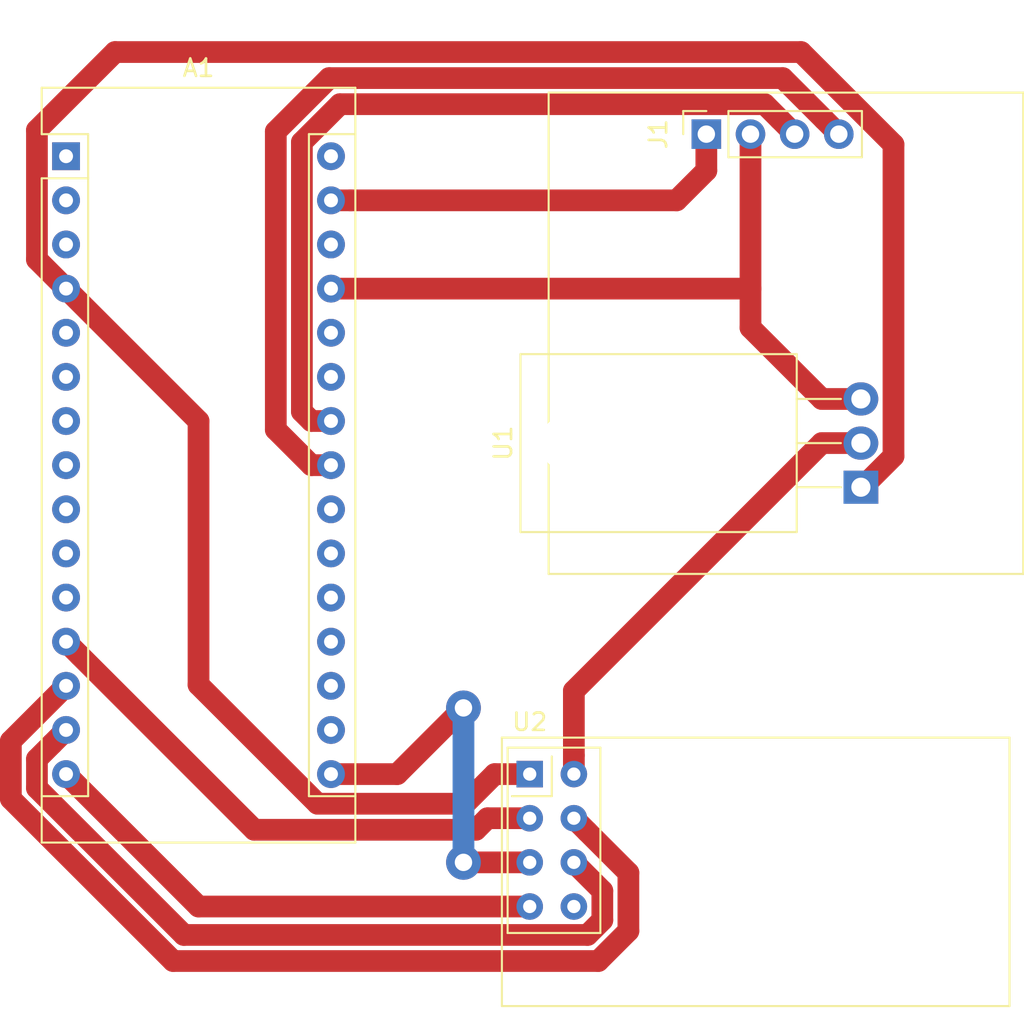
<source format=kicad_pcb>
(kicad_pcb (version 20171130) (host pcbnew "(5.1.5)-3")

  (general
    (thickness 1.6)
    (drawings 338)
    (tracks 77)
    (zones 0)
    (modules 4)
    (nets 32)
  )

  (page A4)
  (layers
    (0 F.Cu signal)
    (31 B.Cu signal)
    (32 B.Adhes user)
    (33 F.Adhes user)
    (34 B.Paste user)
    (35 F.Paste user)
    (36 B.SilkS user)
    (37 F.SilkS user)
    (38 B.Mask user)
    (39 F.Mask user)
    (40 Dwgs.User user)
    (41 Cmts.User user)
    (42 Eco1.User user)
    (43 Eco2.User user)
    (44 Edge.Cuts user)
    (45 Margin user)
    (46 B.CrtYd user)
    (47 F.CrtYd user)
    (48 B.Fab user)
    (49 F.Fab user)
  )

  (setup
    (last_trace_width 1.25)
    (trace_clearance 0.25)
    (zone_clearance 0.508)
    (zone_45_only no)
    (trace_min 0.2)
    (via_size 0.8)
    (via_drill 0.4)
    (via_min_size 0.4)
    (via_min_drill 0.3)
    (uvia_size 0.3)
    (uvia_drill 0.1)
    (uvias_allowed no)
    (uvia_min_size 0.2)
    (uvia_min_drill 0.1)
    (edge_width 0.05)
    (segment_width 0.2)
    (pcb_text_width 0.3)
    (pcb_text_size 1.5 1.5)
    (mod_edge_width 0.12)
    (mod_text_size 1 1)
    (mod_text_width 0.15)
    (pad_size 1.524 1.524)
    (pad_drill 0.762)
    (pad_to_mask_clearance 0.051)
    (solder_mask_min_width 0.25)
    (aux_axis_origin 0 0)
    (visible_elements 7FFFFFFF)
    (pcbplotparams
      (layerselection 0x00000_7fffffff)
      (usegerberextensions false)
      (usegerberattributes false)
      (usegerberadvancedattributes false)
      (creategerberjobfile false)
      (excludeedgelayer true)
      (linewidth 0.100000)
      (plotframeref false)
      (viasonmask false)
      (mode 1)
      (useauxorigin false)
      (hpglpennumber 1)
      (hpglpenspeed 20)
      (hpglpendiameter 15.000000)
      (psnegative false)
      (psa4output false)
      (plotreference true)
      (plotvalue true)
      (plotinvisibletext false)
      (padsonsilk false)
      (subtractmaskfromsilk false)
      (outputformat 3)
      (mirror false)
      (drillshape 2)
      (scaleselection 1)
      (outputdirectory ""))
  )

  (net 0 "")
  (net 1 NRF_SCK)
  (net 2 NRF_MISO)
  (net 3 "Net-(A1-Pad30)")
  (net 4 NRF_MOSI)
  (net 5 GND)
  (net 6 NRF_CSN)
  (net 7 "Net-(A1-Pad28)")
  (net 8 NRF_ENABLE)
  (net 9 "Net-(A1-Pad11)")
  (net 10 "Net-(A1-Pad26)")
  (net 11 "Net-(A1-Pad10)")
  (net 12 "Net-(A1-Pad25)")
  (net 13 "Net-(A1-Pad9)")
  (net 14 "Net-(A1-Pad8)")
  (net 15 "Net-(A1-Pad7)")
  (net 16 "Net-(A1-Pad22)")
  (net 17 "Net-(A1-Pad6)")
  (net 18 "Net-(A1-Pad21)")
  (net 19 "Net-(A1-Pad5)")
  (net 20 "Net-(A1-Pad20)")
  (net 21 "Net-(A1-Pad19)")
  (net 22 "Net-(A1-Pad3)")
  (net 23 "Net-(A1-Pad18)")
  (net 24 "Net-(A1-Pad2)")
  (net 25 "Net-(A1-Pad17)")
  (net 26 "Net-(A1-Pad1)")
  (net 27 +3V3)
  (net 28 "Net-(U2-Pad8)")
  (net 29 VCC)
  (net 30 DISPLAY_SCL)
  (net 31 DISPLAY_SDA)

  (net_class Default "Dies ist die voreingestellte Netzklasse."
    (clearance 0.25)
    (trace_width 1.25)
    (via_dia 0.8)
    (via_drill 0.4)
    (uvia_dia 0.3)
    (uvia_drill 0.1)
    (add_net +3V3)
    (add_net DISPLAY_SCL)
    (add_net DISPLAY_SDA)
    (add_net GND)
    (add_net NRF_CSN)
    (add_net NRF_ENABLE)
    (add_net NRF_MISO)
    (add_net NRF_MOSI)
    (add_net NRF_SCK)
    (add_net "Net-(A1-Pad1)")
    (add_net "Net-(A1-Pad10)")
    (add_net "Net-(A1-Pad11)")
    (add_net "Net-(A1-Pad17)")
    (add_net "Net-(A1-Pad18)")
    (add_net "Net-(A1-Pad19)")
    (add_net "Net-(A1-Pad2)")
    (add_net "Net-(A1-Pad20)")
    (add_net "Net-(A1-Pad21)")
    (add_net "Net-(A1-Pad22)")
    (add_net "Net-(A1-Pad25)")
    (add_net "Net-(A1-Pad26)")
    (add_net "Net-(A1-Pad28)")
    (add_net "Net-(A1-Pad3)")
    (add_net "Net-(A1-Pad30)")
    (add_net "Net-(A1-Pad5)")
    (add_net "Net-(A1-Pad6)")
    (add_net "Net-(A1-Pad7)")
    (add_net "Net-(A1-Pad8)")
    (add_net "Net-(A1-Pad9)")
    (add_net "Net-(U2-Pad8)")
    (add_net VCC)
  )

  (module Module:Arduino_Nano (layer F.Cu) (tedit 58ACAF70) (tstamp 5E3E6351)
    (at 149.86 67.31)
    (descr "Arduino Nano, http://www.mouser.com/pdfdocs/Gravitech_Arduino_Nano3_0.pdf")
    (tags "Arduino Nano")
    (path /5E3E0579)
    (fp_text reference A1 (at 7.62 -5.08) (layer F.SilkS)
      (effects (font (size 1 1) (thickness 0.15)))
    )
    (fp_text value Arduino_Nano_v3.x (at 8.89 19.05 90) (layer F.Fab)
      (effects (font (size 1 1) (thickness 0.15)))
    )
    (fp_line (start 16.75 42.16) (end -1.53 42.16) (layer F.CrtYd) (width 0.05))
    (fp_line (start 16.75 42.16) (end 16.75 -4.06) (layer F.CrtYd) (width 0.05))
    (fp_line (start -1.53 -4.06) (end -1.53 42.16) (layer F.CrtYd) (width 0.05))
    (fp_line (start -1.53 -4.06) (end 16.75 -4.06) (layer F.CrtYd) (width 0.05))
    (fp_line (start 16.51 -3.81) (end 16.51 39.37) (layer F.Fab) (width 0.1))
    (fp_line (start 0 -3.81) (end 16.51 -3.81) (layer F.Fab) (width 0.1))
    (fp_line (start -1.27 -2.54) (end 0 -3.81) (layer F.Fab) (width 0.1))
    (fp_line (start -1.27 39.37) (end -1.27 -2.54) (layer F.Fab) (width 0.1))
    (fp_line (start 16.51 39.37) (end -1.27 39.37) (layer F.Fab) (width 0.1))
    (fp_line (start 16.64 -3.94) (end -1.4 -3.94) (layer F.SilkS) (width 0.12))
    (fp_line (start 16.64 39.5) (end 16.64 -3.94) (layer F.SilkS) (width 0.12))
    (fp_line (start -1.4 39.5) (end 16.64 39.5) (layer F.SilkS) (width 0.12))
    (fp_line (start 3.81 41.91) (end 3.81 31.75) (layer F.Fab) (width 0.1))
    (fp_line (start 11.43 41.91) (end 3.81 41.91) (layer F.Fab) (width 0.1))
    (fp_line (start 11.43 31.75) (end 11.43 41.91) (layer F.Fab) (width 0.1))
    (fp_line (start 3.81 31.75) (end 11.43 31.75) (layer F.Fab) (width 0.1))
    (fp_line (start 1.27 36.83) (end -1.4 36.83) (layer F.SilkS) (width 0.12))
    (fp_line (start 1.27 1.27) (end 1.27 36.83) (layer F.SilkS) (width 0.12))
    (fp_line (start 1.27 1.27) (end -1.4 1.27) (layer F.SilkS) (width 0.12))
    (fp_line (start 13.97 36.83) (end 16.64 36.83) (layer F.SilkS) (width 0.12))
    (fp_line (start 13.97 -1.27) (end 13.97 36.83) (layer F.SilkS) (width 0.12))
    (fp_line (start 13.97 -1.27) (end 16.64 -1.27) (layer F.SilkS) (width 0.12))
    (fp_line (start -1.4 -3.94) (end -1.4 -1.27) (layer F.SilkS) (width 0.12))
    (fp_line (start -1.4 1.27) (end -1.4 39.5) (layer F.SilkS) (width 0.12))
    (fp_line (start 1.27 -1.27) (end -1.4 -1.27) (layer F.SilkS) (width 0.12))
    (fp_line (start 1.27 1.27) (end 1.27 -1.27) (layer F.SilkS) (width 0.12))
    (fp_text user %R (at 6.35 19.05 90) (layer F.Fab)
      (effects (font (size 1 1) (thickness 0.15)))
    )
    (pad 16 thru_hole oval (at 15.24 35.56) (size 1.6 1.6) (drill 0.8) (layers *.Cu *.Mask)
      (net 1 NRF_SCK))
    (pad 15 thru_hole oval (at 0 35.56) (size 1.6 1.6) (drill 0.8) (layers *.Cu *.Mask)
      (net 2 NRF_MISO))
    (pad 30 thru_hole oval (at 15.24 0) (size 1.6 1.6) (drill 0.8) (layers *.Cu *.Mask)
      (net 3 "Net-(A1-Pad30)"))
    (pad 14 thru_hole oval (at 0 33.02) (size 1.6 1.6) (drill 0.8) (layers *.Cu *.Mask)
      (net 4 NRF_MOSI))
    (pad 29 thru_hole oval (at 15.24 2.54) (size 1.6 1.6) (drill 0.8) (layers *.Cu *.Mask)
      (net 5 GND))
    (pad 13 thru_hole oval (at 0 30.48) (size 1.6 1.6) (drill 0.8) (layers *.Cu *.Mask)
      (net 6 NRF_CSN))
    (pad 28 thru_hole oval (at 15.24 5.08) (size 1.6 1.6) (drill 0.8) (layers *.Cu *.Mask)
      (net 7 "Net-(A1-Pad28)"))
    (pad 12 thru_hole oval (at 0 27.94) (size 1.6 1.6) (drill 0.8) (layers *.Cu *.Mask)
      (net 8 NRF_ENABLE))
    (pad 27 thru_hole oval (at 15.24 7.62) (size 1.6 1.6) (drill 0.8) (layers *.Cu *.Mask)
      (net 29 VCC))
    (pad 11 thru_hole oval (at 0 25.4) (size 1.6 1.6) (drill 0.8) (layers *.Cu *.Mask)
      (net 9 "Net-(A1-Pad11)"))
    (pad 26 thru_hole oval (at 15.24 10.16) (size 1.6 1.6) (drill 0.8) (layers *.Cu *.Mask)
      (net 10 "Net-(A1-Pad26)"))
    (pad 10 thru_hole oval (at 0 22.86) (size 1.6 1.6) (drill 0.8) (layers *.Cu *.Mask)
      (net 11 "Net-(A1-Pad10)"))
    (pad 25 thru_hole oval (at 15.24 12.7) (size 1.6 1.6) (drill 0.8) (layers *.Cu *.Mask)
      (net 12 "Net-(A1-Pad25)"))
    (pad 9 thru_hole oval (at 0 20.32) (size 1.6 1.6) (drill 0.8) (layers *.Cu *.Mask)
      (net 13 "Net-(A1-Pad9)"))
    (pad 24 thru_hole oval (at 15.24 15.24) (size 1.6 1.6) (drill 0.8) (layers *.Cu *.Mask)
      (net 30 DISPLAY_SCL))
    (pad 8 thru_hole oval (at 0 17.78) (size 1.6 1.6) (drill 0.8) (layers *.Cu *.Mask)
      (net 14 "Net-(A1-Pad8)"))
    (pad 23 thru_hole oval (at 15.24 17.78) (size 1.6 1.6) (drill 0.8) (layers *.Cu *.Mask)
      (net 31 DISPLAY_SDA))
    (pad 7 thru_hole oval (at 0 15.24) (size 1.6 1.6) (drill 0.8) (layers *.Cu *.Mask)
      (net 15 "Net-(A1-Pad7)"))
    (pad 22 thru_hole oval (at 15.24 20.32) (size 1.6 1.6) (drill 0.8) (layers *.Cu *.Mask)
      (net 16 "Net-(A1-Pad22)"))
    (pad 6 thru_hole oval (at 0 12.7) (size 1.6 1.6) (drill 0.8) (layers *.Cu *.Mask)
      (net 17 "Net-(A1-Pad6)"))
    (pad 21 thru_hole oval (at 15.24 22.86) (size 1.6 1.6) (drill 0.8) (layers *.Cu *.Mask)
      (net 18 "Net-(A1-Pad21)"))
    (pad 5 thru_hole oval (at 0 10.16) (size 1.6 1.6) (drill 0.8) (layers *.Cu *.Mask)
      (net 19 "Net-(A1-Pad5)"))
    (pad 20 thru_hole oval (at 15.24 25.4) (size 1.6 1.6) (drill 0.8) (layers *.Cu *.Mask)
      (net 20 "Net-(A1-Pad20)"))
    (pad 4 thru_hole oval (at 0 7.62) (size 1.6 1.6) (drill 0.8) (layers *.Cu *.Mask)
      (net 5 GND))
    (pad 19 thru_hole oval (at 15.24 27.94) (size 1.6 1.6) (drill 0.8) (layers *.Cu *.Mask)
      (net 21 "Net-(A1-Pad19)"))
    (pad 3 thru_hole oval (at 0 5.08) (size 1.6 1.6) (drill 0.8) (layers *.Cu *.Mask)
      (net 22 "Net-(A1-Pad3)"))
    (pad 18 thru_hole oval (at 15.24 30.48) (size 1.6 1.6) (drill 0.8) (layers *.Cu *.Mask)
      (net 23 "Net-(A1-Pad18)"))
    (pad 2 thru_hole oval (at 0 2.54) (size 1.6 1.6) (drill 0.8) (layers *.Cu *.Mask)
      (net 24 "Net-(A1-Pad2)"))
    (pad 17 thru_hole oval (at 15.24 33.02) (size 1.6 1.6) (drill 0.8) (layers *.Cu *.Mask)
      (net 25 "Net-(A1-Pad17)"))
    (pad 1 thru_hole rect (at 0 0) (size 1.6 1.6) (drill 0.8) (layers *.Cu *.Mask)
      (net 26 "Net-(A1-Pad1)"))
    (model ${KISYS3DMOD}/Module.3dshapes/Arduino_Nano_WithMountingHoles.wrl
      (at (xyz 0 0 0))
      (scale (xyz 1 1 1))
      (rotate (xyz 0 0 0))
    )
  )

  (module RF_Module:nRF24L01_Breakout (layer F.Cu) (tedit 5A056C61) (tstamp 5E3E63E0)
    (at 176.53 102.87)
    (descr "nRF24L01 breakout board")
    (tags "nRF24L01 adapter breakout")
    (path /5E3E3A90)
    (fp_text reference U2 (at 0 -3) (layer F.SilkS)
      (effects (font (size 1 1) (thickness 0.15)))
    )
    (fp_text value NRF24L01_Breakout (at 13 5) (layer F.Fab)
      (effects (font (size 1 1) (thickness 0.15)))
    )
    (fp_text user %R (at 12.5 2.5) (layer F.Fab)
      (effects (font (size 1 1) (thickness 0.15)))
    )
    (fp_line (start 27.75 -2.25) (end 27.75 -2.25) (layer F.CrtYd) (width 0.05))
    (fp_line (start 27.75 13.5) (end 27.75 -2.25) (layer F.CrtYd) (width 0.05))
    (fp_line (start -1.75 13.5) (end 27.75 13.5) (layer F.CrtYd) (width 0.05))
    (fp_line (start -1.75 -2.25) (end -1.75 13.5) (layer F.CrtYd) (width 0.05))
    (fp_line (start 27.75 -2.25) (end -1.75 -2.25) (layer F.CrtYd) (width 0.05))
    (fp_line (start -1.27 -1.524) (end -1.27 -1.524) (layer F.SilkS) (width 0.12))
    (fp_line (start -1.27 9.144) (end -1.27 -1.524) (layer F.SilkS) (width 0.12))
    (fp_line (start -1.6 -2.1) (end -1.6 -2.1) (layer F.SilkS) (width 0.12))
    (fp_line (start -1.6 13.35) (end -1.6 -2.1) (layer F.SilkS) (width 0.12))
    (fp_line (start 27.6 13.35) (end -1.6 13.35) (layer F.SilkS) (width 0.12))
    (fp_line (start 27.6 -2.1) (end 27.6 13.35) (layer F.SilkS) (width 0.12))
    (fp_line (start -1.6 -2.1) (end 27.6 -2.1) (layer F.SilkS) (width 0.12))
    (fp_line (start -1.016 1.27) (end -1.016 1.27) (layer F.SilkS) (width 0.12))
    (fp_line (start 1.27 1.27) (end -1.016 1.27) (layer F.SilkS) (width 0.12))
    (fp_line (start 1.27 -1.016) (end 1.27 1.27) (layer F.SilkS) (width 0.12))
    (fp_line (start -1.27 9.144) (end -1.27 9.144) (layer F.SilkS) (width 0.12))
    (fp_line (start 4.064 9.144) (end -1.27 9.144) (layer F.SilkS) (width 0.12))
    (fp_line (start 4.064 -1.524) (end 4.064 9.144) (layer F.SilkS) (width 0.12))
    (fp_line (start -1.27 -1.524) (end 4.064 -1.524) (layer F.SilkS) (width 0.12))
    (fp_line (start -1.27 -1.27) (end -1.27 -1.27) (layer F.Fab) (width 0.1))
    (fp_line (start -1.27 8.89) (end -1.27 -1.27) (layer F.Fab) (width 0.1))
    (fp_line (start 3.81 8.89) (end -1.27 8.89) (layer F.Fab) (width 0.1))
    (fp_line (start 3.81 -1.27) (end 3.81 8.89) (layer F.Fab) (width 0.1))
    (fp_line (start -1.27 -1.27) (end 3.81 -1.27) (layer F.Fab) (width 0.1))
    (fp_line (start -1.5 -2) (end -1.5 -2) (layer F.Fab) (width 0.1))
    (fp_line (start -1.5 13.25) (end -1.5 -2) (layer F.Fab) (width 0.1))
    (fp_line (start 27.5 13.25) (end -1.5 13.25) (layer F.Fab) (width 0.1))
    (fp_line (start 27.5 -2) (end 27.5 13.25) (layer F.Fab) (width 0.1))
    (fp_line (start -1.5 -2) (end 27.5 -2) (layer F.Fab) (width 0.1))
    (pad 8 thru_hole circle (at 2.54 7.62) (size 1.524 1.524) (drill 0.762) (layers *.Cu *.Mask)
      (net 28 "Net-(U2-Pad8)"))
    (pad 7 thru_hole circle (at 0 7.62) (size 1.524 1.524) (drill 0.762) (layers *.Cu *.Mask)
      (net 2 NRF_MISO))
    (pad 6 thru_hole circle (at 2.54 5.08) (size 1.524 1.524) (drill 0.762) (layers *.Cu *.Mask)
      (net 4 NRF_MOSI))
    (pad 5 thru_hole circle (at 0 5.08) (size 1.524 1.524) (drill 0.762) (layers *.Cu *.Mask)
      (net 1 NRF_SCK))
    (pad 4 thru_hole circle (at 2.54 2.54) (size 1.524 1.524) (drill 0.762) (layers *.Cu *.Mask)
      (net 6 NRF_CSN))
    (pad 3 thru_hole circle (at 0 2.54) (size 1.524 1.524) (drill 0.762) (layers *.Cu *.Mask)
      (net 8 NRF_ENABLE))
    (pad 2 thru_hole circle (at 2.54 0) (size 1.524 1.524) (drill 0.762) (layers *.Cu *.Mask)
      (net 27 +3V3))
    (pad 1 thru_hole rect (at 0 0) (size 1.524 1.524) (drill 0.762) (layers *.Cu *.Mask)
      (net 5 GND))
    (model ${KISYS3DMOD}/RF_Module.3dshapes/nRF24L01_Breakout.wrl
      (at (xyz 0 0 0))
      (scale (xyz 1 1 1))
      (rotate (xyz 0 0 0))
    )
  )

  (module Connector_PinSocket_2.54mm:PinSocket_1x04_P2.54mm_Vertical (layer F.Cu) (tedit 5A19A429) (tstamp 5E3E6396)
    (at 186.69 66.04 90)
    (descr "Through hole straight socket strip, 1x04, 2.54mm pitch, single row (from Kicad 4.0.7), script generated")
    (tags "Through hole socket strip THT 1x04 2.54mm single row")
    (path /5E3E7A7F)
    (fp_text reference J1 (at 0 -2.77 90) (layer F.SilkS)
      (effects (font (size 1 1) (thickness 0.15)))
    )
    (fp_text value Conn_01x04_Female (at 0 10.39 90) (layer F.Fab)
      (effects (font (size 1 1) (thickness 0.15)))
    )
    (fp_line (start -1.27 -1.27) (end 0.635 -1.27) (layer F.Fab) (width 0.1))
    (fp_line (start 0.635 -1.27) (end 1.27 -0.635) (layer F.Fab) (width 0.1))
    (fp_line (start 1.27 -0.635) (end 1.27 8.89) (layer F.Fab) (width 0.1))
    (fp_line (start 1.27 8.89) (end -1.27 8.89) (layer F.Fab) (width 0.1))
    (fp_line (start -1.27 8.89) (end -1.27 -1.27) (layer F.Fab) (width 0.1))
    (fp_line (start -1.33 1.27) (end 1.33 1.27) (layer F.SilkS) (width 0.12))
    (fp_line (start -1.33 1.27) (end -1.33 8.95) (layer F.SilkS) (width 0.12))
    (fp_line (start -1.33 8.95) (end 1.33 8.95) (layer F.SilkS) (width 0.12))
    (fp_line (start 1.33 1.27) (end 1.33 8.95) (layer F.SilkS) (width 0.12))
    (fp_line (start 1.33 -1.33) (end 1.33 0) (layer F.SilkS) (width 0.12))
    (fp_line (start 0 -1.33) (end 1.33 -1.33) (layer F.SilkS) (width 0.12))
    (fp_line (start -1.8 -1.8) (end 1.75 -1.8) (layer F.CrtYd) (width 0.05))
    (fp_line (start 1.75 -1.8) (end 1.75 9.4) (layer F.CrtYd) (width 0.05))
    (fp_line (start 1.75 9.4) (end -1.8 9.4) (layer F.CrtYd) (width 0.05))
    (fp_line (start -1.8 9.4) (end -1.8 -1.8) (layer F.CrtYd) (width 0.05))
    (fp_text user %R (at 0 3.81) (layer F.Fab)
      (effects (font (size 1 1) (thickness 0.15)))
    )
    (pad 1 thru_hole rect (at 0 0 90) (size 1.7 1.7) (drill 1) (layers *.Cu *.Mask)
      (net 5 GND))
    (pad 2 thru_hole oval (at 0 2.54 90) (size 1.7 1.7) (drill 1) (layers *.Cu *.Mask)
      (net 29 VCC))
    (pad 3 thru_hole oval (at 0 5.08 90) (size 1.7 1.7) (drill 1) (layers *.Cu *.Mask)
      (net 30 DISPLAY_SCL))
    (pad 4 thru_hole oval (at 0 7.62 90) (size 1.7 1.7) (drill 1) (layers *.Cu *.Mask)
      (net 31 DISPLAY_SDA))
    (model ${KISYS3DMOD}/Connector_PinSocket_2.54mm.3dshapes/PinSocket_1x04_P2.54mm_Vertical.wrl
      (at (xyz 0 0 0))
      (scale (xyz 1 1 1))
      (rotate (xyz 0 0 0))
    )
  )

  (module Package_TO_SOT_THT:TO-220-3_Horizontal_TabDown (layer F.Cu) (tedit 5AC8BA0D) (tstamp 5E3E63B6)
    (at 195.58 86.36 90)
    (descr "TO-220-3, Horizontal, RM 2.54mm, see https://www.vishay.com/docs/66542/to-220-1.pdf")
    (tags "TO-220-3 Horizontal RM 2.54mm")
    (path /5E3E544A)
    (fp_text reference U1 (at 2.54 -20.58 90) (layer F.SilkS)
      (effects (font (size 1 1) (thickness 0.15)))
    )
    (fp_text value AZ1117-3.3 (at 2.54 2 90) (layer F.Fab)
      (effects (font (size 1 1) (thickness 0.15)))
    )
    (fp_circle (center 2.54 -16.66) (end 4.39 -16.66) (layer F.Fab) (width 0.1))
    (fp_line (start -2.46 -13.06) (end -2.46 -19.46) (layer F.Fab) (width 0.1))
    (fp_line (start -2.46 -19.46) (end 7.54 -19.46) (layer F.Fab) (width 0.1))
    (fp_line (start 7.54 -19.46) (end 7.54 -13.06) (layer F.Fab) (width 0.1))
    (fp_line (start 7.54 -13.06) (end -2.46 -13.06) (layer F.Fab) (width 0.1))
    (fp_line (start -2.46 -3.81) (end -2.46 -13.06) (layer F.Fab) (width 0.1))
    (fp_line (start -2.46 -13.06) (end 7.54 -13.06) (layer F.Fab) (width 0.1))
    (fp_line (start 7.54 -13.06) (end 7.54 -3.81) (layer F.Fab) (width 0.1))
    (fp_line (start 7.54 -3.81) (end -2.46 -3.81) (layer F.Fab) (width 0.1))
    (fp_line (start 0 -3.81) (end 0 0) (layer F.Fab) (width 0.1))
    (fp_line (start 2.54 -3.81) (end 2.54 0) (layer F.Fab) (width 0.1))
    (fp_line (start 5.08 -3.81) (end 5.08 0) (layer F.Fab) (width 0.1))
    (fp_line (start -2.58 -3.69) (end 7.66 -3.69) (layer F.SilkS) (width 0.12))
    (fp_line (start -2.58 -19.58) (end 7.66 -19.58) (layer F.SilkS) (width 0.12))
    (fp_line (start -2.58 -19.58) (end -2.58 -3.69) (layer F.SilkS) (width 0.12))
    (fp_line (start 7.66 -19.58) (end 7.66 -3.69) (layer F.SilkS) (width 0.12))
    (fp_line (start 0 -3.69) (end 0 -1.15) (layer F.SilkS) (width 0.12))
    (fp_line (start 2.54 -3.69) (end 2.54 -1.15) (layer F.SilkS) (width 0.12))
    (fp_line (start 5.08 -3.69) (end 5.08 -1.15) (layer F.SilkS) (width 0.12))
    (fp_line (start -2.71 -19.71) (end -2.71 1.25) (layer F.CrtYd) (width 0.05))
    (fp_line (start -2.71 1.25) (end 7.79 1.25) (layer F.CrtYd) (width 0.05))
    (fp_line (start 7.79 1.25) (end 7.79 -19.71) (layer F.CrtYd) (width 0.05))
    (fp_line (start 7.79 -19.71) (end -2.71 -19.71) (layer F.CrtYd) (width 0.05))
    (fp_text user %R (at 2.54 -20.58 90) (layer F.Fab)
      (effects (font (size 1 1) (thickness 0.15)))
    )
    (pad "" np_thru_hole oval (at 2.54 -16.66 90) (size 3.5 3.5) (drill 3.5) (layers *.Cu *.Mask))
    (pad 1 thru_hole rect (at 0 0 90) (size 1.905 2) (drill 1.1) (layers *.Cu *.Mask)
      (net 5 GND))
    (pad 2 thru_hole oval (at 2.54 0 90) (size 1.905 2) (drill 1.1) (layers *.Cu *.Mask)
      (net 27 +3V3))
    (pad 3 thru_hole oval (at 5.08 0 90) (size 1.905 2) (drill 1.1) (layers *.Cu *.Mask)
      (net 29 VCC))
    (model ${KISYS3DMOD}/Package_TO_SOT_THT.3dshapes/TO-220-3_Horizontal_TabDown.wrl
      (at (xyz 0 0 0))
      (scale (xyz 1 1 1))
      (rotate (xyz 0 0 0))
    )
  )

  (gr_text "by harmoniemand" (at 194.31 102.87) (layer Dwgs.User)
    (effects (font (size 1.5 1.5) (thickness 0.3)) (justify mirror))
  )
  (gr_curve (pts (xy 202.952992 98.550825) (xy 202.936339 98.577683) (xy 202.930139 98.578646) (xy 202.792315 98.575318)) (layer Dwgs.User) (width 0.0005))
  (gr_curve (pts (xy 187.402401 98.149423) (xy 187.402401 98.149423) (xy 187.629335 98.149423) (xy 187.629335 98.149423)) (layer Dwgs.User) (width 0.0005))
  (gr_curve (pts (xy 197.31586 98.149423) (xy 197.31586 98.149423) (xy 197.548532 98.149423) (xy 197.548532 98.149423)) (layer Dwgs.User) (width 0.0005))
  (gr_curve (pts (xy 187.375232 97.822896) (xy 187.284675 97.842198) (xy 187.199422 97.936935) (xy 187.175199 98.045183)) (layer Dwgs.User) (width 0.0005))
  (gr_curve (pts (xy 187.205164 98.406578) (xy 187.205164 98.406578) (xy 186.780991 98.406578) (xy 186.780991 98.406578)) (layer Dwgs.User) (width 0.0005))
  (gr_curve (pts (xy 197.123635 97.688822) (xy 197.221577 97.583031) (xy 197.392965 97.500382) (xy 197.514389 97.500382)) (layer Dwgs.User) (width 0.0005))
  (gr_curve (pts (xy 197.406749 97.890083) (xy 197.359749 97.936565) (xy 197.316147 98.036175) (xy 197.316004 98.097375)) (layer Dwgs.User) (width 0.0005))
  (gr_curve (pts (xy 197.494183 97.834978) (xy 197.464328 97.84725) (xy 197.424983 97.872055) (xy 197.406749 97.890083)) (layer Dwgs.User) (width 0.0005))
  (gr_curve (pts (xy 190.53774 97.497216) (xy 190.787796 97.495244) (xy 190.912623 97.533214) (xy 191.040617 97.650194)) (layer Dwgs.User) (width 0.0005))
  (gr_curve (pts (xy 197.358719 98.406584) (xy 197.358719 98.406584) (xy 196.936243 98.406584) (xy 196.936243 98.406584)) (layer Dwgs.User) (width 0.0005))
  (gr_curve (pts (xy 202.952992 98.55086) (xy 202.952992 98.55086) (xy 202.952992 98.550825) (xy 202.952992 98.550825)) (layer Dwgs.User) (width 0.0005))
  (gr_curve (pts (xy 190.563114 97.818847) (xy 190.455666 97.818934) (xy 190.396694 97.83473) (xy 190.346644 97.876847)) (layer Dwgs.User) (width 0.0005))
  (gr_curve (pts (xy 202.969822 97.699111) (xy 202.969822 97.699111) (xy 203.351915 96.943171) (xy 203.351915 96.943171)) (layer Dwgs.User) (width 0.0005))
  (gr_curve (pts (xy 190.346644 97.876847) (xy 190.274584 97.937517) (xy 190.274453 97.93833) (xy 190.274453 98.528651)) (layer Dwgs.User) (width 0.0005))
  (gr_curve (pts (xy 191.040617 97.650194) (xy 191.040617 97.650194) (xy 191.108819 97.712525) (xy 191.108819 97.712525)) (layer Dwgs.User) (width 0.0005))
  (gr_curve (pts (xy 203.351915 96.943171) (xy 203.351915 96.943171) (xy 203.554565 96.939809) (xy 203.554565 96.939809)) (layer Dwgs.User) (width 0.0005))
  (gr_curve (pts (xy 191.108819 97.712525) (xy 191.108819 97.712525) (xy 191.006969 97.815479) (xy 191.006969 97.815479)) (layer Dwgs.User) (width 0.0005))
  (gr_curve (pts (xy 187.408909 97.658049) (xy 187.408909 97.658049) (xy 187.408909 97.815716) (xy 187.408909 97.815716)) (layer Dwgs.User) (width 0.0005))
  (gr_curve (pts (xy 187.368621 97.500382) (xy 187.368621 97.500382) (xy 187.408909 97.500382) (xy 187.408909 97.500382)) (layer Dwgs.User) (width 0.0005))
  (gr_curve (pts (xy 186.874118 97.831016) (xy 186.92001 97.736908) (xy 187.031997 97.619623) (xy 187.122209 97.571197)) (layer Dwgs.User) (width 0.0005))
  (gr_curve (pts (xy 186.788003 98.232072) (xy 186.795723 98.039912) (xy 186.81419 97.953919) (xy 186.874118 97.831016)) (layer Dwgs.User) (width 0.0005))
  (gr_curve (pts (xy 197.781205 98.278007) (xy 197.781205 98.278007) (xy 197.781203 98.406584) (xy 197.781203 98.406584)) (layer Dwgs.User) (width 0.0005))
  (gr_curve (pts (xy 197.781205 98.149423) (xy 197.781205 98.149423) (xy 197.781205 98.278007) (xy 197.781205 98.278007)) (layer Dwgs.User) (width 0.0005))
  (gr_curve (pts (xy 203.549685 97.389504) (xy 203.38401 97.743737) (xy 203.048277 98.397184) (xy 202.952992 98.55086)) (layer Dwgs.User) (width 0.0005))
  (gr_curve (pts (xy 197.548532 98.149423) (xy 197.548532 98.149423) (xy 197.781205 98.149423) (xy 197.781205 98.149423)) (layer Dwgs.User) (width 0.0005))
  (gr_curve (pts (xy 190.81147 97.899673) (xy 190.745953 97.843594) (xy 190.669658 97.818755) (xy 190.563114 97.818847)) (layer Dwgs.User) (width 0.0005))
  (gr_curve (pts (xy 197.548554 97.500382) (xy 197.548554 97.500382) (xy 197.548508 97.656521) (xy 197.548508 97.656521)) (layer Dwgs.User) (width 0.0005))
  (gr_curve (pts (xy 197.514389 97.500382) (xy 197.514389 97.500382) (xy 197.548554 97.500382) (xy 197.548554 97.500382)) (layer Dwgs.User) (width 0.0005))
  (gr_curve (pts (xy 187.408909 97.500382) (xy 187.408909 97.500382) (xy 187.408909 97.658049) (xy 187.408909 97.658049)) (layer Dwgs.User) (width 0.0005))
  (gr_curve (pts (xy 191.006969 97.815479) (xy 190.871325 97.952592) (xy 190.872633 97.952027) (xy 190.81147 97.899673)) (layer Dwgs.User) (width 0.0005))
  (gr_curve (pts (xy 189.937065 97.78609) (xy 190.025803 97.592258) (xy 190.218173 97.499748) (xy 190.53774 97.497216)) (layer Dwgs.User) (width 0.0005))
  (gr_curve (pts (xy 187.175199 98.045183) (xy 187.151059 98.153051) (xy 187.143159 98.149423) (xy 187.402401 98.149423)) (layer Dwgs.User) (width 0.0005))
  (gr_curve (pts (xy 202.648959 98.571881) (xy 202.648959 98.571881) (xy 202.618344 98.513466) (xy 202.618344 98.513466)) (layer Dwgs.User) (width 0.0005))
  (gr_curve (pts (xy 203.757215 96.941129) (xy 203.757215 96.943684) (xy 203.663827 97.145452) (xy 203.549685 97.389504)) (layer Dwgs.User) (width 0.0005))
  (gr_curve (pts (xy 197.781203 98.406584) (xy 197.781203 98.406584) (xy 197.358719 98.406584) (xy 197.358719 98.406584)) (layer Dwgs.User) (width 0.0005))
  (gr_curve (pts (xy 203.554565 96.939809) (xy 203.666023 96.937992) (xy 203.757215 96.93858) (xy 203.757215 96.941129)) (layer Dwgs.User) (width 0.0005))
  (gr_curve (pts (xy 187.408909 97.815716) (xy 187.408909 97.815716) (xy 187.375232 97.822896) (xy 187.375232 97.822896)) (layer Dwgs.User) (width 0.0005))
  (gr_curve (pts (xy 196.93647 98.25657) (xy 196.936835 97.999519) (xy 196.992603 97.830353) (xy 197.123635 97.688822)) (layer Dwgs.User) (width 0.0005))
  (gr_curve (pts (xy 202.618344 98.513466) (xy 202.618344 98.513466) (xy 202.58773 98.455051) (xy 202.58773 98.455051)) (layer Dwgs.User) (width 0.0005))
  (gr_curve (pts (xy 187.122209 97.571197) (xy 187.191966 97.533751) (xy 187.308083 97.500382) (xy 187.368621 97.500382)) (layer Dwgs.User) (width 0.0005))
  (gr_curve (pts (xy 186.780991 98.406578) (xy 186.780991 98.406578) (xy 186.788003 98.232072) (xy 186.788003 98.232072)) (layer Dwgs.User) (width 0.0005))
  (gr_curve (pts (xy 187.629336 98.406578) (xy 187.629336 98.406578) (xy 187.205164 98.406578) (xy 187.205164 98.406578)) (layer Dwgs.User) (width 0.0005))
  (gr_curve (pts (xy 197.316004 98.097375) (xy 197.316004 98.097375) (xy 197.31586 98.149423) (xy 197.31586 98.149423)) (layer Dwgs.User) (width 0.0005))
  (gr_curve (pts (xy 202.58773 98.455051) (xy 202.58773 98.455051) (xy 202.969822 97.699111) (xy 202.969822 97.699111)) (layer Dwgs.User) (width 0.0005))
  (gr_curve (pts (xy 197.548508 97.656521) (xy 197.548508 97.656521) (xy 197.548462 97.812659) (xy 197.548462 97.812659)) (layer Dwgs.User) (width 0.0005))
  (gr_curve (pts (xy 190.078487 99.067863) (xy 190.078487 99.067863) (xy 189.882553 99.067863) (xy 189.882553 99.067863)) (layer Dwgs.User) (width 0.0005))
  (gr_curve (pts (xy 202.792315 98.575318) (xy 202.792315 98.575318) (xy 202.648959 98.571881) (xy 202.648959 98.571881)) (layer Dwgs.User) (width 0.0005))
  (gr_curve (pts (xy 197.548462 97.812659) (xy 197.548462 97.812659) (xy 197.494183 97.834978) (xy 197.494183 97.834978)) (layer Dwgs.User) (width 0.0005))
  (gr_curve (pts (xy 196.936243 98.406584) (xy 196.936243 98.406584) (xy 196.93647 98.25657) (xy 196.93647 98.25657)) (layer Dwgs.User) (width 0.0005))
  (gr_curve (pts (xy 189.882684 98.568842) (xy 189.882793 98.023026) (xy 189.892489 97.88345) (xy 189.937065 97.78609)) (layer Dwgs.User) (width 0.0005))
  (gr_curve (pts (xy 190.274453 98.528651) (xy 190.274453 98.528651) (xy 190.274421 98.528651) (xy 190.274421 98.528651)) (layer Dwgs.User) (width 0.0005))
  (gr_curve (pts (xy 189.882553 99.067863) (xy 189.882553 99.067863) (xy 189.882684 98.568842) (xy 189.882684 98.568842)) (layer Dwgs.User) (width 0.0005))
  (gr_line (start 201.834611 99.067863) (end 201.835273 98.170848) (layer Dwgs.User) (width 0.0005))
  (gr_curve (pts (xy 199.057842 97.753593) (xy 199.057842 97.753593) (xy 199.250715 97.992991) (xy 199.250715 97.992991)) (layer Dwgs.User) (width 0.0005))
  (gr_curve (pts (xy 198.629013 97.513439) (xy 198.629013 97.513439) (xy 198.864968 97.514195) (xy 198.864968 97.514195)) (layer Dwgs.User) (width 0.0005))
  (gr_curve (pts (xy 203.757216 99.067857) (xy 203.757216 99.067857) (xy 203.555158 99.067857) (xy 203.555158 99.067857)) (layer Dwgs.User) (width 0.0005))
  (gr_curve (pts (xy 198.641103 98.611933) (xy 198.803298 98.361145) (xy 198.936562 98.149377) (xy 198.937224 98.141367)) (layer Dwgs.User) (width 0.0005))
  (gr_line (start 202.238056 98.568842) (end 202.238052 98.568842) (layer Dwgs.User) (width 0.0005))
  (gr_curve (pts (xy 198.665751 97.81973) (xy 198.665751 97.81973) (xy 198.393058 97.512684) (xy 198.393058 97.512684)) (layer Dwgs.User) (width 0.0005))
  (gr_curve (pts (xy 203.757215 98.153501) (xy 203.757215 98.153501) (xy 203.757216 99.067857) (xy 203.757216 99.067857)) (layer Dwgs.User) (width 0.0005))
  (gr_line (start 201.835934 97.273833) (end 202.036665 97.671827) (layer Dwgs.User) (width 0.0005))
  (gr_curve (pts (xy 200.573275 98.536996) (xy 200.573275 98.536996) (xy 200.573274 99.067863) (xy 200.573274 99.067863)) (layer Dwgs.User) (width 0.0005))
  (gr_curve (pts (xy 203.3531 98.583663) (xy 203.3531 98.583663) (xy 203.3531 98.099469) (xy 203.3531 98.099469)) (layer Dwgs.User) (width 0.0005))
  (gr_curve (pts (xy 200.192767 99.067863) (xy 200.192767 99.067863) (xy 200.196271 98.470876) (xy 200.196271 98.470876)) (layer Dwgs.User) (width 0.0005))
  (gr_curve (pts (xy 201.288442 97.83225) (xy 201.288442 97.83225) (xy 201.169203 97.951941) (xy 201.169203 97.951941)) (layer Dwgs.User) (width 0.0005))
  (gr_line (start 199.765044 99.067863) (end 199.575232 99.067863) (layer Dwgs.User) (width 0.0005))
  (gr_curve (pts (xy 198.393058 97.512684) (xy 198.393058 97.512684) (xy 198.629013 97.513439) (xy 198.629013 97.513439)) (layer Dwgs.User) (width 0.0005))
  (gr_curve (pts (xy 203.752614 97.244242) (xy 203.755146 97.241434) (xy 203.757215 97.650604) (xy 203.757215 98.153501)) (layer Dwgs.User) (width 0.0005))
  (gr_curve (pts (xy 198.584133 99.067915) (xy 198.584133 99.067915) (xy 198.346203 99.067915) (xy 198.346203 99.067915)) (layer Dwgs.User) (width 0.0005))
  (gr_line (start 199.38542 98.002472) (end 199.38542 96.937075) (layer Dwgs.User) (width 0.0005))
  (gr_curve (pts (xy 200.227986 97.804066) (xy 200.310544 97.599738) (xy 200.508734 97.499823) (xy 200.836562 97.497216)) (layer Dwgs.User) (width 0.0005))
  (gr_line (start 202.237395 98.06982) (end 202.238056 98.568842) (layer Dwgs.User) (width 0.0005))
  (gr_line (start 199.765043 98.002472) (end 199.765044 99.067863) (layer Dwgs.User) (width 0.0005))
  (gr_curve (pts (xy 201.169203 97.951941) (xy 201.169203 97.951941) (xy 201.115478 97.90465) (xy 201.115478 97.90465)) (layer Dwgs.User) (width 0.0005))
  (gr_curve (pts (xy 198.346203 99.067915) (xy 198.346203 99.067915) (xy 198.641103 98.611933) (xy 198.641103 98.611933)) (layer Dwgs.User) (width 0.0005))
  (gr_curve (pts (xy 198.864968 97.514195) (xy 198.864968 97.514195) (xy 199.057842 97.753593) (xy 199.057842 97.753593)) (layer Dwgs.User) (width 0.0005))
  (gr_line (start 199.575232 96.937075) (end 199.765043 96.937075) (layer Dwgs.User) (width 0.0005))
  (gr_curve (pts (xy 200.573274 99.067863) (xy 200.573274 99.067863) (xy 200.38302 99.067863) (xy 200.38302 99.067863)) (layer Dwgs.User) (width 0.0005))
  (gr_curve (pts (xy 198.822063 99.067915) (xy 198.822063 99.067915) (xy 198.584133 99.067915) (xy 198.584133 99.067915)) (layer Dwgs.User) (width 0.0005))
  (gr_curve (pts (xy 190.274421 99.067863) (xy 190.274421 99.067863) (xy 190.078487 99.067863) (xy 190.078487 99.067863)) (layer Dwgs.User) (width 0.0005))
  (gr_curve (pts (xy 200.861054 97.818784) (xy 200.710676 97.818784) (xy 200.619712 97.867181) (xy 200.587187 97.964501)) (layer Dwgs.User) (width 0.0005))
  (gr_curve (pts (xy 190.274421 98.528651) (xy 190.274421 98.528651) (xy 190.274421 99.067863) (xy 190.274421 99.067863)) (layer Dwgs.User) (width 0.0005))
  (gr_line (start 196.568858 98.29025) (end 196.568858 99.067863) (layer Dwgs.User) (width 0.0005))
  (gr_line (start 196.189235 97.512632) (end 196.379046 97.512632) (layer Dwgs.User) (width 0.0005))
  (gr_curve (pts (xy 203.3531 98.099469) (xy 203.3531 98.099469) (xy 203.550556 97.674405) (xy 203.550556 97.674405)) (layer Dwgs.User) (width 0.0005))
  (gr_curve (pts (xy 198.937224 98.141367) (xy 198.937895 98.133339) (xy 198.815732 97.988608) (xy 198.665751 97.81973)) (layer Dwgs.User) (width 0.0005))
  (gr_line (start 199.38542 99.067863) (end 199.38542 98.002472) (layer Dwgs.User) (width 0.0005))
  (gr_curve (pts (xy 203.555158 99.067857) (xy 203.555158 99.067857) (xy 203.3531 99.067857) (xy 203.3531 99.067857)) (layer Dwgs.User) (width 0.0005))
  (gr_line (start 202.238052 98.568842) (end 202.238713 99.067863) (layer Dwgs.User) (width 0.0005))
  (gr_line (start 199.765043 96.937075) (end 199.765043 98.002472) (layer Dwgs.User) (width 0.0005))
  (gr_curve (pts (xy 203.3531 99.067857) (xy 203.3531 99.067857) (xy 203.3531 98.583663) (xy 203.3531 98.583663)) (layer Dwgs.User) (width 0.0005))
  (gr_curve (pts (xy 201.115478 97.90465) (xy 201.046962 97.844338) (xy 200.971237 97.818784) (xy 200.861054 97.818784)) (layer Dwgs.User) (width 0.0005))
  (gr_line (start 196.568858 97.512632) (end 196.568858 98.29025) (layer Dwgs.User) (width 0.0005))
  (gr_line (start 196.379046 97.512632) (end 196.568858 97.512632) (layer Dwgs.User) (width 0.0005))
  (gr_line (start 196.189235 98.29025) (end 196.189235 97.512632) (layer Dwgs.User) (width 0.0005))
  (gr_curve (pts (xy 199.048657 98.689484) (xy 198.961099 98.838021) (xy 198.874296 98.983923) (xy 198.855762 99.01371)) (layer Dwgs.User) (width 0.0005))
  (gr_curve (pts (xy 201.407681 97.71256) (xy 201.407681 97.71256) (xy 201.288442 97.83225) (xy 201.288442 97.83225)) (layer Dwgs.User) (width 0.0005))
  (gr_line (start 196.189235 99.067863) (end 196.189235 98.29025) (layer Dwgs.User) (width 0.0005))
  (gr_line (start 196.379046 99.067863) (end 196.189235 99.067863) (layer Dwgs.User) (width 0.0005))
  (gr_curve (pts (xy 200.836562 97.497216) (xy 201.086628 97.495244) (xy 201.211443 97.533214) (xy 201.339458 97.650212)) (layer Dwgs.User) (width 0.0005))
  (gr_line (start 196.568858 99.067863) (end 196.379046 99.067863) (layer Dwgs.User) (width 0.0005))
  (gr_curve (pts (xy 198.855762 99.01371) (xy 198.855762 99.01371) (xy 198.822063 99.067915) (xy 198.822063 99.067915)) (layer Dwgs.User) (width 0.0005))
  (gr_line (start 199.575232 99.067863) (end 199.38542 99.067863) (layer Dwgs.User) (width 0.0005))
  (gr_curve (pts (xy 200.196271 98.470876) (xy 200.199738 97.880013) (xy 200.200064 97.873173) (xy 200.227986 97.804066)) (layer Dwgs.User) (width 0.0005))
  (gr_line (start 201.835273 98.170848) (end 201.835934 97.273833) (layer Dwgs.User) (width 0.0005))
  (gr_curve (pts (xy 203.550556 97.674405) (xy 203.659157 97.440624) (xy 203.750082 97.247057) (xy 203.752614 97.244242)) (layer Dwgs.User) (width 0.0005))
  (gr_curve (pts (xy 200.587187 97.964501) (xy 200.577655 97.99302) (xy 200.573275 98.173288) (xy 200.573275 98.536996)) (layer Dwgs.User) (width 0.0005))
  (gr_line (start 202.238713 99.067863) (end 202.036655 99.067863) (layer Dwgs.User) (width 0.0005))
  (gr_line (start 199.38542 96.937075) (end 199.575232 96.937075) (layer Dwgs.User) (width 0.0005))
  (gr_curve (pts (xy 201.339458 97.650212) (xy 201.339458 97.650212) (xy 201.407681 97.71256) (xy 201.407681 97.71256)) (layer Dwgs.User) (width 0.0005))
  (gr_curve (pts (xy 199.229284 98.419122) (xy 199.214453 98.419324) (xy 199.15883 98.502578) (xy 199.048657 98.689484)) (layer Dwgs.User) (width 0.0005))
  (gr_curve (pts (xy 199.250715 98.205912) (xy 199.250715 98.400413) (xy 199.248862 98.418932) (xy 199.229284 98.419122)) (layer Dwgs.User) (width 0.0005))
  (gr_curve (pts (xy 200.38302 99.067863) (xy 200.38302 99.067863) (xy 200.192767 99.067863) (xy 200.192767 99.067863)) (layer Dwgs.User) (width 0.0005))
  (gr_curve (pts (xy 199.250715 97.992991) (xy 199.250715 97.992991) (xy 199.250715 98.205912) (xy 199.250715 98.205912)) (layer Dwgs.User) (width 0.0005))
  (gr_line (start 202.036655 99.067863) (end 201.834611 99.067863) (layer Dwgs.User) (width 0.0005))
  (gr_line (start 202.036665 97.671827) (end 202.237395 98.06982) (layer Dwgs.User) (width 0.0005))
  (gr_curve (pts (xy 190.534682 98.408805) (xy 190.534682 98.408805) (xy 190.396913 98.403931) (xy 190.396913 98.403931)) (layer Dwgs.User) (width 0.0005))
  (gr_curve (pts (xy 190.776537 99.072385) (xy 190.776537 99.072385) (xy 190.776534 99.072344) (xy 190.776534 99.072344)) (layer Dwgs.User) (width 0.0005))
  (gr_curve (pts (xy 187.531842 98.911719) (xy 187.531842 98.911719) (xy 187.532371 98.743337) (xy 187.532371 98.743337)) (layer Dwgs.User) (width 0.0005))
  (gr_curve (pts (xy 190.396913 98.149406) (xy 190.396913 98.149406) (xy 190.57803 98.149406) (xy 190.57803 98.149406)) (layer Dwgs.User) (width 0.0005))
  (gr_curve (pts (xy 190.779867 98.677396) (xy 190.808206 98.629425) (xy 190.806886 98.544891) (xy 190.777034 98.495934)) (layer Dwgs.User) (width 0.0005))
  (gr_curve (pts (xy 190.55682 98.765194) (xy 190.665822 98.766319) (xy 190.745977 98.734767) (xy 190.779867 98.677396)) (layer Dwgs.User) (width 0.0005))
  (gr_curve (pts (xy 187.532371 98.743337) (xy 187.532371 98.743337) (xy 187.593175 98.714818) (xy 187.593175 98.714818)) (layer Dwgs.User) (width 0.0005))
  (gr_curve (pts (xy 188.096551 98.614448) (xy 188.056439 98.742195) (xy 188.020268 98.808586) (xy 187.947261 98.888466)) (layer Dwgs.User) (width 0.0005))
  (gr_curve (pts (xy 189.177209 97.570205) (xy 189.261509 97.612922) (xy 189.382134 97.731781) (xy 189.427427 97.81676)) (layer Dwgs.User) (width 0.0005))
  (gr_curve (pts (xy 187.747236 98.502255) (xy 187.762862 98.441504) (xy 187.765881 98.383931) (xy 187.761558 98.23349)) (layer Dwgs.User) (width 0.0005))
  (gr_curve (pts (xy 191.162284 98.60251) (xy 191.162284 98.73212) (xy 191.159451 98.749473) (xy 191.126707 98.820385)) (layer Dwgs.User) (width 0.0005))
  (gr_curve (pts (xy 188.321228 98.871851) (xy 188.321228 98.871851) (xy 188.455933 98.743983) (xy 188.455933 98.743983)) (layer Dwgs.User) (width 0.0005))
  (gr_curve (pts (xy 187.947261 98.888466) (xy 187.873972 98.968657) (xy 187.752895 99.034362) (xy 187.629333 99.060994)) (layer Dwgs.User) (width 0.0005))
  (gr_curve (pts (xy 187.064363 98.610768) (xy 187.064363 98.610768) (xy 187.110557 98.651323) (xy 187.110557 98.651323)) (layer Dwgs.User) (width 0.0005))
  (gr_curve (pts (xy 186.948057 98.726035) (xy 186.948057 98.726035) (xy 187.064363 98.610768) (xy 187.064363 98.610768)) (layer Dwgs.User) (width 0.0005))
  (gr_curve (pts (xy 187.408906 99.080078) (xy 187.408906 99.080078) (xy 187.350738 99.079888) (xy 187.350738 99.079888)) (layer Dwgs.User) (width 0.0005))
  (gr_curve (pts (xy 190.430217 98.750869) (xy 190.448945 98.758222) (xy 190.505917 98.764629) (xy 190.55682 98.765194)) (layer Dwgs.User) (width 0.0005))
  (gr_curve (pts (xy 188.590638 98.616115) (xy 188.590638 98.616115) (xy 188.627376 98.651478) (xy 188.627376 98.651478)) (layer Dwgs.User) (width 0.0005))
  (gr_curve (pts (xy 187.629333 99.060994) (xy 187.629333 99.060994) (xy 187.62931 99.061006) (xy 187.62931 99.061006)) (layer Dwgs.User) (width 0.0005))
  (gr_curve (pts (xy 188.096504 97.978117) (xy 188.122381 98.060552) (xy 188.125294 98.092704) (xy 188.125294 98.296363)) (layer Dwgs.User) (width 0.0005))
  (gr_curve (pts (xy 187.5945 97.505596) (xy 187.734841 97.524212) (xy 187.883374 97.611382) (xy 187.971637 97.726926)) (layer Dwgs.User) (width 0.0005))
  (gr_curve (pts (xy 187.570076 97.829868) (xy 187.570076 97.829868) (xy 187.531367 97.816373) (xy 187.531367 97.816373)) (layer Dwgs.User) (width 0.0005))
  (gr_curve (pts (xy 188.627376 98.651478) (xy 188.666334 98.688982) (xy 188.759943 98.736382) (xy 188.795758 98.736947)) (layer Dwgs.User) (width 0.0005))
  (gr_curve (pts (xy 189.520712 98.284114) (xy 189.520487 98.432542) (xy 189.514898 98.508062) (xy 189.499659 98.568634)) (layer Dwgs.User) (width 0.0005))
  (gr_curve (pts (xy 188.958013 99.075943) (xy 188.958013 99.075943) (xy 188.954475 98.897393) (xy 188.954475 98.897393)) (layer Dwgs.User) (width 0.0005))
  (gr_curve (pts (xy 188.455933 98.743983) (xy 188.455933 98.743983) (xy 188.590638 98.616115) (xy 188.590638 98.616115)) (layer Dwgs.User) (width 0.0005))
  (gr_curve (pts (xy 188.771267 99.079922) (xy 188.645554 99.079426) (xy 188.479734 99.012614) (xy 188.376336 98.92079)) (layer Dwgs.User) (width 0.0005))
  (gr_curve (pts (xy 187.531367 97.497222) (xy 187.531367 97.497222) (xy 187.5945 97.505596) (xy 187.5945 97.505596)) (layer Dwgs.User) (width 0.0005))
  (gr_curve (pts (xy 188.817187 98.908657) (xy 188.817187 98.908657) (xy 188.817187 99.080055) (xy 188.817187 99.080055)) (layer Dwgs.User) (width 0.0005))
  (gr_curve (pts (xy 188.951894 97.684064) (xy 188.951894 97.583036) (xy 188.955224 97.500377) (xy 188.959312 97.500377)) (layer Dwgs.User) (width 0.0005))
  (gr_curve (pts (xy 188.795758 98.736947) (xy 188.815137 98.737189) (xy 188.817187 98.753643) (xy 188.817187 98.908657)) (layer Dwgs.User) (width 0.0005))
  (gr_curve (pts (xy 190.777034 98.495934) (xy 190.737691 98.431406) (xy 190.690173 98.414324) (xy 190.534682 98.408805)) (layer Dwgs.User) (width 0.0005))
  (gr_curve (pts (xy 188.963711 97.867752) (xy 188.956646 97.867752) (xy 188.951894 97.793945) (xy 188.951894 97.684064)) (layer Dwgs.User) (width 0.0005))
  (gr_curve (pts (xy 187.531367 97.656798) (xy 187.531367 97.656798) (xy 187.531367 97.497222) (xy 187.531367 97.497222)) (layer Dwgs.User) (width 0.0005))
  (gr_curve (pts (xy 189.427427 97.81676) (xy 189.500149 97.953204) (xy 189.520977 98.057946) (xy 189.520712 98.284114)) (layer Dwgs.User) (width 0.0005))
  (gr_curve (pts (xy 190.396913 98.276669) (xy 190.396913 98.276669) (xy 190.396913 98.149406) (xy 190.396913 98.149406)) (layer Dwgs.User) (width 0.0005))
  (gr_curve (pts (xy 187.761558 98.23349) (xy 187.756439 98.055316) (xy 187.753721 98.037259) (xy 187.722361 97.973163)) (layer Dwgs.User) (width 0.0005))
  (gr_curve (pts (xy 189.499659 98.568634) (xy 189.435627 98.823153) (xy 189.258587 99.00762) (xy 189.028044 99.060026)) (layer Dwgs.User) (width 0.0005))
  (gr_curve (pts (xy 189.094514 98.006001) (xy 189.065223 97.948198) (xy 188.989109 97.867752) (xy 188.963711 97.867752)) (layer Dwgs.User) (width 0.0005))
  (gr_curve (pts (xy 187.62931 99.061006) (xy 187.585531 99.070435) (xy 187.545579 99.078561) (xy 187.540526 99.079126)) (layer Dwgs.User) (width 0.0005))
  (gr_curve (pts (xy 188.817187 99.080055) (xy 188.817187 99.080055) (xy 188.771267 99.079922) (xy 188.771267 99.079922)) (layer Dwgs.User) (width 0.0005))
  (gr_curve (pts (xy 190.396913 98.403931) (xy 190.396913 98.403931) (xy 190.396913 98.276669) (xy 190.396913 98.276669)) (layer Dwgs.User) (width 0.0005))
  (gr_curve (pts (xy 189.028044 99.060026) (xy 189.028044 99.060026) (xy 188.958013 99.075943) (xy 188.958013 99.075943)) (layer Dwgs.User) (width 0.0005))
  (gr_curve (pts (xy 188.954475 98.897393) (xy 188.951378 98.741145) (xy 188.953494 98.717316) (xy 188.971423 98.7066)) (layer Dwgs.User) (width 0.0005))
  (gr_curve (pts (xy 190.57803 98.149406) (xy 190.836585 98.149406) (xy 190.94399 98.181512) (xy 191.054217 98.291738)) (layer Dwgs.User) (width 0.0005))
  (gr_curve (pts (xy 187.408907 98.922053) (xy 187.408907 98.922053) (xy 187.408906 99.080078) (xy 187.408906 99.080078)) (layer Dwgs.User) (width 0.0005))
  (gr_curve (pts (xy 187.408907 98.764006) (xy 187.408907 98.764006) (xy 187.408907 98.922053) (xy 187.408907 98.922053)) (layer Dwgs.User) (width 0.0005))
  (gr_curve (pts (xy 187.531367 97.816373) (xy 187.531367 97.816373) (xy 187.531367 97.656798) (xy 187.531367 97.656798)) (layer Dwgs.User) (width 0.0005))
  (gr_curve (pts (xy 187.344616 98.755655) (xy 187.344616 98.755655) (xy 187.408907 98.764006) (xy 187.408907 98.764006)) (layer Dwgs.User) (width 0.0005))
  (gr_curve (pts (xy 187.110557 98.651323) (xy 187.169989 98.703509) (xy 187.263259 98.745073) (xy 187.344616 98.755655)) (layer Dwgs.User) (width 0.0005))
  (gr_curve (pts (xy 187.540526 99.079126) (xy 187.535472 99.079663) (xy 187.531577 99.004327) (xy 187.531842 98.911719)) (layer Dwgs.User) (width 0.0005))
  (gr_curve (pts (xy 188.376336 98.92079) (xy 188.376336 98.92079) (xy 188.321228 98.871851) (xy 188.321228 98.871851)) (layer Dwgs.User) (width 0.0005))
  (gr_curve (pts (xy 189.138646 98.396059) (xy 189.156842 98.251893) (xy 189.138941 98.093673) (xy 189.094514 98.006001)) (layer Dwgs.User) (width 0.0005))
  (gr_curve (pts (xy 191.126707 98.820385) (xy 191.06495 98.954124) (xy 190.945555 99.040048) (xy 190.776537 99.072385)) (layer Dwgs.User) (width 0.0005))
  (gr_curve (pts (xy 188.959312 97.500377) (xy 188.988756 97.500377) (xy 189.126552 97.544535) (xy 189.177209 97.570205)) (layer Dwgs.User) (width 0.0005))
  (gr_curve (pts (xy 186.83175 98.841303) (xy 186.83175 98.841303) (xy 186.948057 98.726035) (xy 186.948057 98.726035)) (layer Dwgs.User) (width 0.0005))
  (gr_curve (pts (xy 187.722361 97.973163) (xy 187.687157 97.901207) (xy 187.635624 97.852718) (xy 187.570076 97.829868)) (layer Dwgs.User) (width 0.0005))
  (gr_curve (pts (xy 186.899825 98.903726) (xy 186.899825 98.903726) (xy 186.83175 98.841303) (xy 186.83175 98.841303)) (layer Dwgs.User) (width 0.0005))
  (gr_curve (pts (xy 187.350738 99.079888) (xy 187.191476 99.079305) (xy 187.016949 99.011121) (xy 186.899825 98.903726)) (layer Dwgs.User) (width 0.0005))
  (gr_curve (pts (xy 188.125294 98.296363) (xy 188.125294 98.499913) (xy 188.122376 98.532203) (xy 188.096551 98.614448)) (layer Dwgs.User) (width 0.0005))
  (gr_curve (pts (xy 187.971637 97.726926) (xy 188.031449 97.805226) (xy 188.060688 97.864044) (xy 188.096504 97.978117)) (layer Dwgs.User) (width 0.0005))
  (gr_curve (pts (xy 188.971423 98.7066) (xy 189.069171 98.648174) (xy 189.118353 98.55684) (xy 189.138646 98.396059)) (layer Dwgs.User) (width 0.0005))
  (gr_curve (pts (xy 187.593175 98.714818) (xy 187.668691 98.679397) (xy 187.719947 98.608681) (xy 187.747236 98.502255)) (layer Dwgs.User) (width 0.0005))
  (gr_curve (pts (xy 191.054217 98.291738) (xy 191.142787 98.380309) (xy 191.162284 98.436377) (xy 191.162284 98.60251)) (layer Dwgs.User) (width 0.0005))
  (gr_curve (pts (xy 193.779849 98.708031) (xy 193.779849 98.708031) (xy 193.838017 98.715874) (xy 193.838017 98.715874)) (layer Dwgs.User) (width 0.0005))
  (gr_curve (pts (xy 194.538741 98.672044) (xy 194.538741 98.672044) (xy 194.672189 98.804566) (xy 194.672189 98.804566)) (layer Dwgs.User) (width 0.0005))
  (gr_curve (pts (xy 197.273575 98.665239) (xy 197.341352 98.71641) (xy 197.405476 98.743037) (xy 197.492404 98.756059)) (layer Dwgs.User) (width 0.0005))
  (gr_curve (pts (xy 194.018644 99.078959) (xy 194.018644 99.078959) (xy 193.960476 99.080095) (xy 193.960476 99.080095)) (layer Dwgs.User) (width 0.0005))
  (gr_curve (pts (xy 192.085567 97.843271) (xy 192.000861 97.843271) (xy 191.930463 97.873439) (xy 191.893316 97.925654)) (layer Dwgs.User) (width 0.0005))
  (gr_curve (pts (xy 192.221557 97.867158) (xy 192.221557 97.867158) (xy 192.190145 97.855215) (xy 192.190145 97.855215)) (layer Dwgs.User) (width 0.0005))
  (gr_curve (pts (xy 192.221557 97.703125) (xy 192.221557 97.703125) (xy 192.221557 97.867158) (xy 192.221557 97.867158)) (layer Dwgs.User) (width 0.0005))
  (gr_curve (pts (xy 194.361518 98.040206) (xy 194.262523 98.104192) (xy 194.13338 98.142353) (xy 193.888653 98.179943)) (layer Dwgs.User) (width 0.0005))
  (gr_curve (pts (xy 193.113619 98.431037) (xy 193.114424 98.224459) (xy 193.158154 98.104377) (xy 193.273465 97.992085)) (layer Dwgs.User) (width 0.0005))
  (gr_curve (pts (xy 194.672189 98.804566) (xy 194.672189 98.804566) (xy 194.617046 98.853604) (xy 194.617046 98.853604)) (layer Dwgs.User) (width 0.0005))
  (gr_curve (pts (xy 193.888653 98.179943) (xy 193.667107 98.213975) (xy 193.59799 98.237885) (xy 193.557726 98.294431)) (layer Dwgs.User) (width 0.0005))
  (gr_curve (pts (xy 194.307377 97.039297) (xy 194.385095 97.089067) (xy 194.487992 97.199807) (xy 194.522017 97.270304)) (layer Dwgs.User) (width 0.0005))
  (gr_curve (pts (xy 197.492404 98.756059) (xy 197.492404 98.756059) (xy 197.548532 98.764485) (xy 197.548532 98.764485)) (layer Dwgs.User) (width 0.0005))
  (gr_curve (pts (xy 191.466121 98.66987) (xy 191.43639 98.54917) (xy 191.435712 98.038066) (xy 191.4651 97.908693)) (layer Dwgs.User) (width 0.0005))
  (gr_curve (pts (xy 191.753752 99.044379) (xy 191.611593 98.989782) (xy 191.51342 98.861955) (xy 191.466121 98.66987)) (layer Dwgs.User) (width 0.0005))
  (gr_curve (pts (xy 193.838017 98.899568) (xy 193.838017 98.899568) (xy 193.838017 99.083244) (xy 193.838017 99.083244)) (layer Dwgs.User) (width 0.0005))
  (gr_curve (pts (xy 193.51835 98.513154) (xy 193.5461 98.614033) (xy 193.648509 98.69036) (xy 193.779849 98.708031)) (layer Dwgs.User) (width 0.0005))
  (gr_curve (pts (xy 194.522017 97.270304) (xy 194.570664 97.371095) (xy 194.588388 97.471581) (xy 194.582013 97.610419)) (layer Dwgs.User) (width 0.0005))
  (gr_curve (pts (xy 193.557726 98.294431) (xy 193.518577 98.34938) (xy 193.500681 98.448915) (xy 193.51835 98.513154)) (layer Dwgs.User) (width 0.0005))
  (gr_curve (pts (xy 197.548532 98.764485) (xy 197.548532 98.764485) (xy 197.548532 98.92229) (xy 197.548532 98.92229)) (layer Dwgs.User) (width 0.0005))
  (gr_curve (pts (xy 193.960476 97.105457) (xy 193.960476 97.105457) (xy 193.960476 96.924497) (xy 193.960476 96.924497)) (layer Dwgs.User) (width 0.0005))
  (gr_curve (pts (xy 192.127381 99.067396) (xy 192.127381 99.067396) (xy 192.127392 99.067408) (xy 192.127392 99.067408)) (layer Dwgs.User) (width 0.0005))
  (gr_curve (pts (xy 192.163389 97.520781) (xy 192.163389 97.520781) (xy 192.221557 97.539091) (xy 192.221557 97.539091)) (layer Dwgs.User) (width 0.0005))
  (gr_curve (pts (xy 192.127392 99.067408) (xy 192.045921 99.087869) (xy 191.832776 99.074726) (xy 191.753752 99.044379)) (layer Dwgs.User) (width 0.0005))
  (gr_curve (pts (xy 194.617046 98.853604) (xy 194.499605 98.958052) (xy 194.346569 99.029068) (xy 194.170113 99.061012)) (layer Dwgs.User) (width 0.0005))
  (gr_curve (pts (xy 192.080728 98.730943) (xy 192.127874 98.731024) (xy 192.178849 98.726601) (xy 192.194002 98.721082)) (layer Dwgs.User) (width 0.0005))
  (gr_curve (pts (xy 194.170113 99.060966) (xy 194.118797 99.070268) (xy 194.050636 99.078394) (xy 194.018644 99.078959)) (layer Dwgs.User) (width 0.0005))
  (gr_curve (pts (xy 191.872857 98.610371) (xy 191.917026 98.700649) (xy 191.968907 98.730811) (xy 192.080728 98.730943)) (layer Dwgs.User) (width 0.0005))
  (gr_curve (pts (xy 193.960476 97.286417) (xy 193.960476 97.286417) (xy 193.960476 97.105457) (xy 193.960476 97.105457)) (layer Dwgs.User) (width 0.0005))
  (gr_curve (pts (xy 194.405293 98.539522) (xy 194.405293 98.539522) (xy 194.538741 98.672044) (xy 194.538741 98.672044)) (layer Dwgs.User) (width 0.0005))
  (gr_curve (pts (xy 193.960476 98.896407) (xy 193.960476 98.896407) (xy 193.960476 98.712719) (xy 193.960476 98.712719)) (layer Dwgs.User) (width 0.0005))
  (gr_curve (pts (xy 192.190145 97.855215) (xy 192.172867 97.848658) (xy 192.125808 97.843271) (xy 192.085567 97.843271)) (layer Dwgs.User) (width 0.0005))
  (gr_curve (pts (xy 191.4651 97.908693) (xy 191.491509 97.79244) (xy 191.537709 97.697658) (xy 191.598506 97.63501)) (layer Dwgs.User) (width 0.0005))
  (gr_curve (pts (xy 193.838017 99.083244) (xy 193.838017 99.083244) (xy 193.76148 99.074818) (xy 193.76148 99.074818)) (layer Dwgs.User) (width 0.0005))
  (gr_curve (pts (xy 196.970517 98.842589) (xy 196.970517 98.842589) (xy 197.090966 98.730447) (xy 197.090966 98.730447)) (layer Dwgs.User) (width 0.0005))
  (gr_curve (pts (xy 191.598506 97.63501) (xy 191.721719 97.508041) (xy 191.965953 97.458657) (xy 192.163389 97.520781)) (layer Dwgs.User) (width 0.0005))
  (gr_curve (pts (xy 193.960476 96.924497) (xy 193.960476 96.924497) (xy 194.012522 96.93219) (xy 194.012522 96.93219)) (layer Dwgs.User) (width 0.0005))
  (gr_curve (pts (xy 194.098894 97.725893) (xy 194.252198 97.624444) (xy 194.204983 97.373258) (xy 194.020278 97.307657)) (layer Dwgs.User) (width 0.0005))
  (gr_curve (pts (xy 193.960476 99.080095) (xy 193.960476 99.080095) (xy 193.960476 98.896407) (xy 193.960476 98.896407)) (layer Dwgs.User) (width 0.0005))
  (gr_curve (pts (xy 193.697457 97.824436) (xy 193.962737 97.78244) (xy 194.043344 97.762653) (xy 194.098894 97.725893)) (layer Dwgs.User) (width 0.0005))
  (gr_curve (pts (xy 194.582013 97.610419) (xy 194.572534 97.81684) (xy 194.505774 97.946969) (xy 194.361518 98.040206)) (layer Dwgs.User) (width 0.0005))
  (gr_curve (pts (xy 193.995255 98.712719) (xy 194.098751 98.712719) (xy 194.280357 98.643035) (xy 194.369635 98.569067)) (layer Dwgs.User) (width 0.0005))
  (gr_curve (pts (xy 197.548532 98.92229) (xy 197.548532 98.92229) (xy 197.548531 99.080089) (xy 197.548531 99.080089)) (layer Dwgs.User) (width 0.0005))
  (gr_curve (pts (xy 193.76148 99.074818) (xy 193.445995 99.040123) (xy 193.22223 98.883114) (xy 193.139744 98.63856)) (layer Dwgs.User) (width 0.0005))
  (gr_curve (pts (xy 193.838017 98.715874) (xy 193.838017 98.715874) (xy 193.838017 98.899568) (xy 193.838017 98.899568)) (layer Dwgs.User) (width 0.0005))
  (gr_curve (pts (xy 194.012522 96.93219) (xy 194.09891 96.944947) (xy 194.240162 96.996257) (xy 194.307377 97.039297)) (layer Dwgs.User) (width 0.0005))
  (gr_curve (pts (xy 193.960476 98.712719) (xy 193.960476 98.712719) (xy 193.995255 98.712719) (xy 193.995255 98.712719)) (layer Dwgs.User) (width 0.0005))
  (gr_curve (pts (xy 194.020278 97.307657) (xy 194.020278 97.307657) (xy 193.960476 97.286417) (xy 193.960476 97.286417)) (layer Dwgs.User) (width 0.0005))
  (gr_curve (pts (xy 190.403033 99.034789) (xy 190.403033 99.034789) (xy 190.399599 98.886148) (xy 190.399599 98.886148)) (layer Dwgs.User) (width 0.0005))
  (gr_curve (pts (xy 190.396165 98.737506) (xy 190.396165 98.737506) (xy 190.430217 98.750869) (xy 190.430217 98.750869)) (layer Dwgs.User) (width 0.0005))
  (gr_curve (pts (xy 190.776534 99.072344) (xy 190.717929 99.083561) (xy 190.500673 99.070354) (xy 190.452016 99.052626)) (layer Dwgs.User) (width 0.0005))
  (gr_curve (pts (xy 194.170113 99.061012) (xy 194.170113 99.061012) (xy 194.170113 99.060966) (xy 194.170113 99.060966)) (layer Dwgs.User) (width 0.0005))
  (gr_curve (pts (xy 194.369635 98.569067) (xy 194.369635 98.569067) (xy 194.405293 98.539522) (xy 194.405293 98.539522)) (layer Dwgs.User) (width 0.0005))
  (gr_curve (pts (xy 192.194002 98.721082) (xy 192.194002 98.721082) (xy 192.221555 98.711064) (xy 192.221555 98.711064)) (layer Dwgs.User) (width 0.0005))
  (gr_curve (pts (xy 197.211414 98.618306) (xy 197.211414 98.618306) (xy 197.273575 98.665239) (xy 197.273575 98.665239)) (layer Dwgs.User) (width 0.0005))
  (gr_curve (pts (xy 192.221557 97.539091) (xy 192.221557 97.539091) (xy 192.221557 97.703125) (xy 192.221557 97.703125)) (layer Dwgs.User) (width 0.0005))
  (gr_curve (pts (xy 197.090966 98.730447) (xy 197.090966 98.730447) (xy 197.211414 98.618306) (xy 197.211414 98.618306)) (layer Dwgs.User) (width 0.0005))
  (gr_curve (pts (xy 190.399599 98.886148) (xy 190.399599 98.886148) (xy 190.396165 98.737506) (xy 190.396165 98.737506)) (layer Dwgs.User) (width 0.0005))
  (gr_curve (pts (xy 190.452016 99.052626) (xy 190.452016 99.052626) (xy 190.403033 99.034789) (xy 190.403033 99.034789)) (layer Dwgs.User) (width 0.0005))
  (gr_curve (pts (xy 192.221555 98.870657) (xy 192.221555 99.048463) (xy 192.22412 99.043105) (xy 192.127381 99.067396)) (layer Dwgs.User) (width 0.0005))
  (gr_curve (pts (xy 192.221555 98.711064) (xy 192.221555 98.711064) (xy 192.221555 98.870657) (xy 192.221555 98.870657)) (layer Dwgs.User) (width 0.0005))
  (gr_curve (pts (xy 193.273465 97.992085) (xy 193.366386 97.9016) (xy 193.470794 97.860319) (xy 193.697457 97.824436)) (layer Dwgs.User) (width 0.0005))
  (gr_curve (pts (xy 191.893316 97.925654) (xy 191.806682 98.047426) (xy 191.794639 98.450495) (xy 191.872857 98.610371)) (layer Dwgs.User) (width 0.0005))
  (gr_curve (pts (xy 193.139744 98.63856) (xy 193.118908 98.576783) (xy 193.11326 98.531655) (xy 193.113619 98.431037)) (layer Dwgs.User) (width 0.0005))
  (gr_curve (pts (xy 197.722372 97.832014) (xy 197.722372 97.832014) (xy 197.683237 97.815802) (xy 197.683237 97.815802)) (layer Dwgs.User) (width 0.0005))
  (gr_curve (pts (xy 197.87487 97.984006) (xy 197.843763 97.917205) (xy 197.783828 97.85747) (xy 197.722372 97.832014)) (layer Dwgs.User) (width 0.0005))
  (gr_curve (pts (xy 197.878648 98.558242) (xy 197.900494 98.499844) (xy 197.903636 98.463142) (xy 197.903544 98.268353)) (layer Dwgs.User) (width 0.0005))
  (gr_curve (pts (xy 197.903544 98.268353) (xy 197.903433 98.060581) (xy 197.901471 98.041129) (xy 197.87487 97.984006)) (layer Dwgs.User) (width 0.0005))
  (gr_curve (pts (xy 197.683237 98.739629) (xy 197.683237 98.739629) (xy 197.718769 98.727229) (xy 197.718769 98.727229)) (layer Dwgs.User) (width 0.0005))
  (gr_curve (pts (xy 200.695735 98.149423) (xy 200.695735 98.149423) (xy 200.87685 98.149423) (xy 200.87685 98.149423)) (layer Dwgs.User) (width 0.0005))
  (gr_curve (pts (xy 200.695735 98.278007) (xy 200.695735 98.278007) (xy 200.695735 98.149423) (xy 200.695735 98.149423)) (layer Dwgs.User) (width 0.0005))
  (gr_curve (pts (xy 200.701859 99.03476) (xy 200.701859 99.03476) (xy 200.698421 98.886119) (xy 200.698421 98.886119)) (layer Dwgs.User) (width 0.0005))
  (gr_curve (pts (xy 197.781204 99.060925) (xy 197.737424 99.070412) (xy 197.697472 99.078578) (xy 197.692421 99.079144)) (layer Dwgs.User) (width 0.0005))
  (gr_curve (pts (xy 200.698421 98.886119) (xy 200.698421 98.886119) (xy 200.694984 98.737477) (xy 200.694984 98.737477)) (layer Dwgs.User) (width 0.0005))
  (gr_curve (pts (xy 201.467228 98.594632) (xy 201.467228 98.760292) (xy 201.424016 98.868592) (xy 201.32066 98.961968)) (layer Dwgs.User) (width 0.0005))
  (gr_curve (pts (xy 200.87685 98.149423) (xy 201.000063 98.149423) (xy 201.081007 98.155415) (xy 201.130037 98.16819)) (layer Dwgs.User) (width 0.0005))
  (gr_curve (pts (xy 200.821255 98.40678) (xy 200.821255 98.40678) (xy 200.695735 98.40659) (xy 200.695735 98.40659)) (layer Dwgs.User) (width 0.0005))
  (gr_curve (pts (xy 201.112097 99.063561) (xy 201.027984 99.083434) (xy 200.817973 99.077062) (xy 200.750843 99.052598)) (layer Dwgs.User) (width 0.0005))
  (gr_curve (pts (xy 197.047109 98.905312) (xy 197.047109 98.905312) (xy 196.970517 98.842589) (xy 196.970517 98.842589)) (layer Dwgs.User) (width 0.0005))
  (gr_curve (pts (xy 197.683237 97.815802) (xy 197.683237 97.815802) (xy 197.683237 97.658089) (xy 197.683237 97.658089)) (layer Dwgs.User) (width 0.0005))
  (gr_curve (pts (xy 197.718769 98.727229) (xy 197.780458 98.705724) (xy 197.851603 98.630527) (xy 197.878648 98.558242)) (layer Dwgs.User) (width 0.0005))
  (gr_line (start 192.356261 97.512632) (end 192.546072 97.512632) (layer Dwgs.User) (width 0.0005))
  (gr_curve (pts (xy 197.182129 98.99984) (xy 197.149994 98.982349) (xy 197.089235 98.93981) (xy 197.047109 98.905312)) (layer Dwgs.User) (width 0.0005))
  (gr_curve (pts (xy 201.004075 98.740315) (xy 201.078516 98.707171) (xy 201.104568 98.659506) (xy 201.097147 98.570018)) (layer Dwgs.User) (width 0.0005))
  (gr_line (start 192.735884 97.512632) (end 192.735884 98.571904) (layer Dwgs.User) (width 0.0005))
  (gr_curve (pts (xy 197.48926 99.080089) (xy 197.41058 99.080089) (xy 197.254778 99.039379) (xy 197.182129 98.99984)) (layer Dwgs.User) (width 0.0005))
  (gr_curve (pts (xy 197.548531 99.080089) (xy 197.548531 99.080089) (xy 197.48926 99.080089) (xy 197.48926 99.080089)) (layer Dwgs.User) (width 0.0005))
  (gr_curve (pts (xy 197.781205 99.060914) (xy 197.781205 99.060914) (xy 197.781204 99.060925) (xy 197.781204 99.060925)) (layer Dwgs.User) (width 0.0005))
  (gr_curve (pts (xy 200.694984 98.737477) (xy 200.694984 98.737477) (xy 200.729035 98.75084) (xy 200.729035 98.75084)) (layer Dwgs.User) (width 0.0005))
  (gr_curve (pts (xy 197.683237 98.909873) (xy 197.683237 98.909873) (xy 197.683237 98.739629) (xy 197.683237 98.739629)) (layer Dwgs.User) (width 0.0005))
  (gr_curve (pts (xy 197.692421 99.079144) (xy 197.68737 99.07968) (xy 197.683237 99.003508) (xy 197.683237 98.909873)) (layer Dwgs.User) (width 0.0005))
  (gr_curve (pts (xy 200.729035 98.75084) (xy 200.789621 98.7746) (xy 200.939972 98.768856) (xy 201.004075 98.740315)) (layer Dwgs.User) (width 0.0005))
  (gr_line (start 192.735884 99.631176) (end 192.546072 99.631176) (layer Dwgs.User) (width 0.0005))
  (gr_curve (pts (xy 201.32066 98.961968) (xy 201.261771 99.015169) (xy 201.209608 99.040596) (xy 201.112096 99.063636)) (layer Dwgs.User) (width 0.0005))
  (gr_curve (pts (xy 201.097147 98.570018) (xy 201.087193 98.449976) (xy 201.014887 98.407161) (xy 200.821255 98.40678)) (layer Dwgs.User) (width 0.0005))
  (gr_curve (pts (xy 198.191243 98.747276) (xy 198.116169 98.906453) (xy 197.966768 99.020729) (xy 197.781205 99.060914)) (layer Dwgs.User) (width 0.0005))
  (gr_curve (pts (xy 198.279659 98.362622) (xy 198.271643 98.531621) (xy 198.251383 98.619759) (xy 198.191243 98.747276)) (layer Dwgs.User) (width 0.0005))
  (gr_curve (pts (xy 200.750843 99.052598) (xy 200.750843 99.052598) (xy 200.701859 99.03476) (xy 200.701859 99.03476)) (layer Dwgs.User) (width 0.0005))
  (gr_curve (pts (xy 201.112096 99.063636) (xy 201.112096 99.063636) (xy 201.112097 99.063561) (xy 201.112097 99.063561)) (layer Dwgs.User) (width 0.0005))
  (gr_curve (pts (xy 201.130037 98.16819) (xy 201.351778 98.225947) (xy 201.467228 98.371953) (xy 201.467228 98.594632)) (layer Dwgs.User) (width 0.0005))
  (gr_line (start 192.356261 98.571904) (end 192.356261 97.512632) (layer Dwgs.User) (width 0.0005))
  (gr_line (start 192.735884 98.571904) (end 192.735884 99.631176) (layer Dwgs.User) (width 0.0005))
  (gr_line (start 192.546072 97.512632) (end 192.735884 97.512632) (layer Dwgs.User) (width 0.0005))
  (gr_curve (pts (xy 197.806536 97.520112) (xy 198.135194 97.617622) (xy 198.300992 97.912868) (xy 198.279659 98.362622)) (layer Dwgs.User) (width 0.0005))
  (gr_curve (pts (xy 197.683237 97.658089) (xy 197.683237 97.476766) (xy 197.678464 97.482112) (xy 197.806536 97.520112)) (layer Dwgs.User) (width 0.0005))
  (gr_curve (pts (xy 200.695735 98.40659) (xy 200.695735 98.40659) (xy 200.695735 98.278007) (xy 200.695735 98.278007)) (layer Dwgs.User) (width 0.0005))
  (gr_line (start 192.356261 99.631176) (end 192.356261 98.571904) (layer Dwgs.User) (width 0.0005))
  (gr_line (start 192.546072 99.631176) (end 192.356261 99.631176) (layer Dwgs.User) (width 0.0005))
  (gr_curve (pts (xy 193.239374 97.102297) (xy 193.389164 96.991943) (xy 193.528661 96.942081) (xy 193.724742 96.928816)) (layer Dwgs.User) (width 0.0005))
  (gr_curve (pts (xy 195.770836 97.887701) (xy 195.770836 97.887701) (xy 195.717767 97.926069) (xy 195.717767 97.926069)) (layer Dwgs.User) (width 0.0005))
  (gr_curve (pts (xy 195.717767 97.926069) (xy 195.717767 97.926069) (xy 195.58 97.79) (xy 195.58 97.79)) (layer Dwgs.User) (width 0.0005))
  (gr_curve (pts (xy 196.05453 97.55205) (xy 196.05453 97.55205) (xy 196.05453 97.710743) (xy 196.05453 97.710743)) (layer Dwgs.User) (width 0.0005))
  (gr_curve (pts (xy 201.834606 96.967762) (xy 201.834606 96.967762) (xy 201.834606 96.937081) (xy 201.834606 96.937081)) (layer Dwgs.User) (width 0.0005))
  (gr_curve (pts (xy 202.482315 97.421823) (xy 202.482315 97.421823) (xy 202.727664 97.906565) (xy 202.727664 97.906565)) (layer Dwgs.User) (width 0.0005))
  (gr_curve (pts (xy 202.035787 96.937081) (xy 202.035787 96.937081) (xy 202.236967 96.937081) (xy 202.236967 96.937081)) (layer Dwgs.User) (width 0.0005))
  (gr_curve (pts (xy 187.629335 98.278007) (xy 187.629335 98.278007) (xy 187.629336 98.406578) (xy 187.629336 98.406578)) (layer Dwgs.User) (width 0.0005))
  (gr_curve (pts (xy 201.834606 96.937081) (xy 201.834606 96.937081) (xy 202.035787 96.937081) (xy 202.035787 96.937081)) (layer Dwgs.User) (width 0.0005))
  (gr_curve (pts (xy 188.817187 97.489321) (xy 188.817187 97.489321) (xy 188.817187 97.666313) (xy 188.817187 97.666313)) (layer Dwgs.User) (width 0.0005))
  (gr_curve (pts (xy 193.754556 97.283412) (xy 193.649891 97.292184) (xy 193.539552 97.330374) (xy 193.483294 97.377295)) (layer Dwgs.User) (width 0.0005))
  (gr_curve (pts (xy 193.838017 97.098784) (xy 193.838017 97.098784) (xy 193.838017 97.276423) (xy 193.838017 97.276423)) (layer Dwgs.User) (width 0.0005))
  (gr_curve (pts (xy 196.05453 97.869436) (xy 196.05453 97.869436) (xy 196.026976 97.859419) (xy 196.026976 97.859419)) (layer Dwgs.User) (width 0.0005))
  (gr_curve (pts (xy 195.575043 97.534172) (xy 195.691344 97.482441) (xy 195.878768 97.481726) (xy 196.005594 97.53247)) (layer Dwgs.User) (width 0.0005))
  (gr_curve (pts (xy 188.752897 97.495936) (xy 188.752897 97.495936) (xy 188.817187 97.489321) (xy 188.817187 97.489321)) (layer Dwgs.User) (width 0.0005))
  (gr_curve (pts (xy 196.005594 97.53247) (xy 196.005594 97.53247) (xy 196.05453 97.55205) (xy 196.05453 97.55205)) (layer Dwgs.User) (width 0.0005))
  (gr_curve (pts (xy 188.449591 97.824557) (xy 188.449591 97.824557) (xy 188.321228 97.695604) (xy 188.321228 97.695604)) (layer Dwgs.User) (width 0.0005))
  (gr_curve (pts (xy 188.585859 97.953509) (xy 188.581512 97.953509) (xy 188.520192 97.895481) (xy 188.449591 97.824557)) (layer Dwgs.User) (width 0.0005))
  (gr_curve (pts (xy 193.288139 97.287294) (xy 193.288139 97.287294) (xy 193.161183 97.159904) (xy 193.161183 97.159904)) (layer Dwgs.User) (width 0.0005))
  (gr_curve (pts (xy 188.370213 97.653689) (xy 188.46982 97.568451) (xy 188.610009 97.510659) (xy 188.752897 97.495936)) (layer Dwgs.User) (width 0.0005))
  (gr_curve (pts (xy 195.911664 97.849402) (xy 195.832835 97.849402) (xy 195.818505 97.8533) (xy 195.770836 97.887701)) (layer Dwgs.User) (width 0.0005))
  (gr_curve (pts (xy 202.727664 97.906565) (xy 202.727664 97.906565) (xy 202.623295 98.115034) (xy 202.623295 98.115034)) (layer Dwgs.User) (width 0.0005))
  (gr_curve (pts (xy 193.724742 96.928816) (xy 193.724742 96.928816) (xy 193.838017 96.921146) (xy 193.838017 96.921146)) (layer Dwgs.User) (width 0.0005))
  (gr_curve (pts (xy 188.783512 97.843392) (xy 188.747751 97.843513) (xy 188.637114 97.901259) (xy 188.609968 97.933965)) (layer Dwgs.User) (width 0.0005))
  (gr_curve (pts (xy 202.388702 98.088194) (xy 202.192646 97.725219) (xy 201.834606 97.001228) (xy 201.834606 96.967762)) (layer Dwgs.User) (width 0.0005))
  (gr_curve (pts (xy 202.236967 96.937081) (xy 202.236967 96.937081) (xy 202.482315 97.421823) (xy 202.482315 97.421823)) (layer Dwgs.User) (width 0.0005))
  (gr_curve (pts (xy 193.838017 97.276423) (xy 193.838017 97.276423) (xy 193.754556 97.283412) (xy 193.754556 97.283412)) (layer Dwgs.User) (width 0.0005))
  (gr_curve (pts (xy 193.427559 97.414037) (xy 193.420704 97.414389) (xy 193.357965 97.357358) (xy 193.288139 97.287294)) (layer Dwgs.User) (width 0.0005))
  (gr_curve (pts (xy 202.623295 98.115034) (xy 202.623295 98.115034) (xy 202.623295 98.115028) (xy 202.623295 98.115028)) (layer Dwgs.User) (width 0.0005))
  (gr_curve (pts (xy 188.609968 97.933965) (xy 188.609968 97.933965) (xy 188.609968 97.933982) (xy 188.609968 97.933982)) (layer Dwgs.User) (width 0.0005))
  (gr_curve (pts (xy 193.161183 97.159904) (xy 193.161183 97.159904) (xy 193.239374 97.102297) (xy 193.239374 97.102297)) (layer Dwgs.User) (width 0.0005))
  (gr_curve (pts (xy 196.05453 97.710743) (xy 196.05453 97.710743) (xy 196.05453 97.869436) (xy 196.05453 97.869436)) (layer Dwgs.User) (width 0.0005))
  (gr_curve (pts (xy 188.817187 97.666313) (xy 188.817187 97.666313) (xy 188.817187 97.8433) (xy 188.817187 97.8433)) (layer Dwgs.User) (width 0.0005))
  (gr_curve (pts (xy 202.514996 98.31912) (xy 202.512836 98.316715) (xy 202.456003 98.212798) (xy 202.388702 98.088194)) (layer Dwgs.User) (width 0.0005))
  (gr_curve (pts (xy 196.026976 97.859419) (xy 196.011822 97.8539) (xy 195.959931 97.849402) (xy 195.911664 97.849402)) (layer Dwgs.User) (width 0.0005))
  (gr_curve (pts (xy 202.623295 98.115028) (xy 202.565891 98.229684) (xy 202.517157 98.321519) (xy 202.514996 98.31912)) (layer Dwgs.User) (width 0.0005))
  (gr_curve (pts (xy 188.609968 97.933982) (xy 188.601054 97.94472) (xy 188.590207 97.953509) (xy 188.585859 97.953509)) (layer Dwgs.User) (width 0.0005))
  (gr_curve (pts (xy 193.483294 97.377295) (xy 193.483294 97.377295) (xy 193.483294 97.377307) (xy 193.483294 97.377307)) (layer Dwgs.User) (width 0.0005))
  (gr_curve (pts (xy 188.321228 97.695604) (xy 188.321228 97.695604) (xy 188.370213 97.653689) (xy 188.370213 97.653689)) (layer Dwgs.User) (width 0.0005))
  (gr_curve (pts (xy 193.483294 97.377307) (xy 193.459495 97.397145) (xy 193.434414 97.413657) (xy 193.427559 97.414037)) (layer Dwgs.User) (width 0.0005))
  (gr_curve (pts (xy 195.442234 97.639514) (xy 195.442234 97.61825) (xy 195.514087 97.56126) (xy 195.575043 97.534172)) (layer Dwgs.User) (width 0.0005))
  (gr_curve (pts (xy 188.817187 97.8433) (xy 188.817187 97.8433) (xy 188.783512 97.843392) (xy 188.783512 97.843392)) (layer Dwgs.User) (width 0.0005))
  (gr_curve (pts (xy 187.629335 98.149423) (xy 187.629335 98.149423) (xy 187.629335 98.278007) (xy 187.629335 98.278007)) (layer Dwgs.User) (width 0.0005))
  (gr_curve (pts (xy 193.838017 96.921146) (xy 193.838017 96.921146) (xy 193.838017 97.098784) (xy 193.838017 97.098784)) (layer Dwgs.User) (width 0.0005))
  (gr_curve (pts (xy 195.58 97.79) (xy 195.504228 97.715161) (xy 195.442234 97.647432) (xy 195.442234 97.639514)) (layer Dwgs.User) (width 0.0005))
  (gr_line (start 177.62 63.65) (end 204.92 63.65) (layer F.SilkS) (width 0.12))
  (gr_line (start 204.92 91.35) (end 204.92 63.65) (layer F.SilkS) (width 0.12) (tstamp 5E3E8D74))
  (gr_line (start 177.62 91.35) (end 204.92 91.35) (layer F.SilkS) (width 0.12))
  (gr_line (start 177.62 63.65) (end 177.62 91.35) (layer F.SilkS) (width 0.12))

  (segment (start 176.53 107.95) (end 176.53 107.584002) (width 0.25) (layer F.Cu) (net 1))
  (via (at 172.72 99.06) (size 2) (drill 1) (layers F.Cu B.Cu) (net 1))
  (via (at 172.72 107.95) (size 2) (drill 1) (layers F.Cu B.Cu) (net 1))
  (segment (start 176.53 107.95) (end 172.72 107.95) (width 1.25) (layer F.Cu) (net 1))
  (segment (start 168.91 102.87) (end 172.72 99.06) (width 1.25) (layer F.Cu) (net 1))
  (segment (start 165.1 102.87) (end 168.91 102.87) (width 1.25) (layer F.Cu) (net 1))
  (segment (start 172.72 107.95) (end 172.72 99.06) (width 1.25) (layer B.Cu) (net 1))
  (segment (start 157.48 110.49) (end 176.53 110.49) (width 1.25) (layer F.Cu) (net 2))
  (segment (start 149.86 102.87) (end 157.48 110.49) (width 1.25) (layer F.Cu) (net 2))
  (segment (start 149.060001 101.129999) (end 149.86 100.33) (width 1.25) (layer F.Cu) (net 4))
  (segment (start 148.184999 102.005001) (end 149.060001 101.129999) (width 1.25) (layer F.Cu) (net 4))
  (segment (start 148.184999 103.674001) (end 148.184999 102.005001) (width 1.25) (layer F.Cu) (net 4))
  (segment (start 179.855761 112.127001) (end 156.637999 112.127001) (width 1.25) (layer F.Cu) (net 4))
  (segment (start 156.637999 112.127001) (end 148.184999 103.674001) (width 1.25) (layer F.Cu) (net 4))
  (segment (start 180.707001 111.275761) (end 179.855761 112.127001) (width 1.25) (layer F.Cu) (net 4))
  (segment (start 180.707001 109.587001) (end 180.707001 111.275761) (width 1.25) (layer F.Cu) (net 4))
  (segment (start 179.07 107.95) (end 180.707001 109.587001) (width 1.25) (layer F.Cu) (net 4))
  (segment (start 176.366991 102.706991) (end 176.044999 102.384999) (width 0.25) (layer F.Cu) (net 5))
  (segment (start 195.671989 86.36) (end 195.58 86.36) (width 1.25) (layer F.Cu) (net 5))
  (segment (start 197.45501 84.576979) (end 195.671989 86.36) (width 1.25) (layer F.Cu) (net 5))
  (segment (start 197.45501 66.632008) (end 197.45501 84.576979) (width 1.25) (layer F.Cu) (net 5))
  (segment (start 192.137981 61.314979) (end 197.45501 66.632008) (width 1.25) (layer F.Cu) (net 5))
  (segment (start 148.184999 65.809999) (end 152.680019 61.314979) (width 1.25) (layer F.Cu) (net 5))
  (segment (start 152.680019 61.314979) (end 192.137981 61.314979) (width 1.25) (layer F.Cu) (net 5))
  (segment (start 148.184999 73.254999) (end 148.184999 65.809999) (width 1.25) (layer F.Cu) (net 5))
  (segment (start 149.86 74.93) (end 148.184999 73.254999) (width 1.25) (layer F.Cu) (net 5))
  (segment (start 166.23137 69.85) (end 165.1 69.85) (width 1.25) (layer F.Cu) (net 5))
  (segment (start 184.98 69.85) (end 166.23137 69.85) (width 1.25) (layer F.Cu) (net 5))
  (segment (start 186.69 68.14) (end 184.98 69.85) (width 1.25) (layer F.Cu) (net 5))
  (segment (start 186.69 66.04) (end 186.69 68.14) (width 1.25) (layer F.Cu) (net 5))
  (segment (start 149.86 74.93) (end 157.48 82.55) (width 1.25) (layer F.Cu) (net 5))
  (segment (start 174.518 102.87) (end 176.53 102.87) (width 1.25) (layer F.Cu) (net 5))
  (segment (start 164.325987 104.574989) (end 172.813011 104.574989) (width 1.25) (layer F.Cu) (net 5))
  (segment (start 157.48 97.729002) (end 164.325987 104.574989) (width 1.25) (layer F.Cu) (net 5))
  (segment (start 172.813011 104.574989) (end 174.518 102.87) (width 1.25) (layer F.Cu) (net 5))
  (segment (start 157.48 82.55) (end 157.48 97.729002) (width 1.25) (layer F.Cu) (net 5))
  (segment (start 182.207011 108.547011) (end 179.831999 106.171999) (width 1.25) (layer F.Cu) (net 6))
  (segment (start 179.831999 106.171999) (end 179.07 105.41) (width 1.25) (layer F.Cu) (net 6))
  (segment (start 182.207011 111.897085) (end 182.207011 108.547011) (width 1.25) (layer F.Cu) (net 6))
  (segment (start 180.477086 113.62701) (end 182.207011 111.897085) (width 1.25) (layer F.Cu) (net 6))
  (segment (start 146.68499 104.295326) (end 156.016675 113.627011) (width 1.25) (layer F.Cu) (net 6))
  (segment (start 156.016675 113.627011) (end 180.477086 113.62701) (width 1.25) (layer F.Cu) (net 6))
  (segment (start 146.68499 100.96501) (end 146.68499 104.295326) (width 1.25) (layer F.Cu) (net 6))
  (segment (start 149.86 97.79) (end 146.68499 100.96501) (width 1.25) (layer F.Cu) (net 6))
  (segment (start 150.659999 96.049999) (end 149.86 95.25) (width 1.25) (layer F.Cu) (net 8))
  (segment (start 160.684999 106.074999) (end 150.659999 96.049999) (width 1.25) (layer F.Cu) (net 8) (tstamp 5E3F3226))
  (segment (start 173.434335 106.074999) (end 160.684999 106.074999) (width 1.25) (layer F.Cu) (net 8))
  (segment (start 174.099334 105.41) (end 173.434335 106.074999) (width 1.25) (layer F.Cu) (net 8))
  (segment (start 176.53 105.41) (end 174.099334 105.41) (width 1.25) (layer F.Cu) (net 8))
  (segment (start 193.263999 83.762499) (end 194.341566 83.762499) (width 0.75) (layer F.Cu) (net 27))
  (segment (start 179.07 102.87) (end 179.07 97.956498) (width 0.75) (layer F.Cu) (net 27))
  (segment (start 179.07 97.956498) (end 193.263999 83.762499) (width 0.75) (layer F.Cu) (net 27))
  (segment (start 179.07 101.79237) (end 179.07 102.87) (width 1.25) (layer F.Cu) (net 27))
  (segment (start 179.07 98.08) (end 179.07 101.79237) (width 1.25) (layer F.Cu) (net 27))
  (segment (start 193.33 83.82) (end 179.07 98.08) (width 1.25) (layer F.Cu) (net 27))
  (segment (start 195.58 83.82) (end 193.33 83.82) (width 1.25) (layer F.Cu) (net 27))
  (segment (start 189.23 66.04) (end 189.23 74.87249) (width 0.75) (layer F.Cu) (net 29))
  (segment (start 189.17249 74.93) (end 189.23 74.87249) (width 0.75) (layer F.Cu) (net 29))
  (segment (start 193.33 81.28) (end 195.58 81.28) (width 1.25) (layer F.Cu) (net 29))
  (segment (start 189.23 77.18) (end 193.33 81.28) (width 1.25) (layer F.Cu) (net 29))
  (segment (start 189.23 66.04) (end 189.23 77.18) (width 1.25) (layer F.Cu) (net 29))
  (segment (start 165.1 74.93) (end 189.23 74.93) (width 1.25) (layer F.Cu) (net 29))
  (segment (start 189.23 74.93) (end 189.17249 74.93) (width 0.75) (layer F.Cu) (net 29))
  (segment (start 190.920001 65.190001) (end 191.77 66.04) (width 1.25) (layer F.Cu) (net 30))
  (segment (start 165.615999 64.314999) (end 190.044999 64.314999) (width 1.25) (layer F.Cu) (net 30))
  (segment (start 163.424999 66.505999) (end 165.615999 64.314999) (width 1.25) (layer F.Cu) (net 30))
  (segment (start 190.044999 64.314999) (end 190.920001 65.190001) (width 1.25) (layer F.Cu) (net 30))
  (segment (start 163.424999 82.006369) (end 163.424999 66.505999) (width 1.25) (layer F.Cu) (net 30))
  (segment (start 163.96863 82.55) (end 163.424999 82.006369) (width 1.25) (layer F.Cu) (net 30))
  (segment (start 165.1 82.55) (end 163.96863 82.55) (width 1.25) (layer F.Cu) (net 30))
  (segment (start 193.460001 65.190001) (end 194.31 66.04) (width 1.25) (layer F.Cu) (net 31))
  (segment (start 164.994675 62.814989) (end 191.084989 62.814989) (width 1.25) (layer F.Cu) (net 31))
  (segment (start 191.084989 62.814989) (end 193.460001 65.190001) (width 1.25) (layer F.Cu) (net 31))
  (segment (start 161.92499 65.884674) (end 164.994675 62.814989) (width 1.25) (layer F.Cu) (net 31))
  (segment (start 161.924989 83.046359) (end 161.92499 65.884674) (width 1.25) (layer F.Cu) (net 31))
  (segment (start 163.96863 85.09) (end 161.924989 83.046359) (width 1.25) (layer F.Cu) (net 31))
  (segment (start 165.1 85.09) (end 163.96863 85.09) (width 1.25) (layer F.Cu) (net 31))

)

</source>
